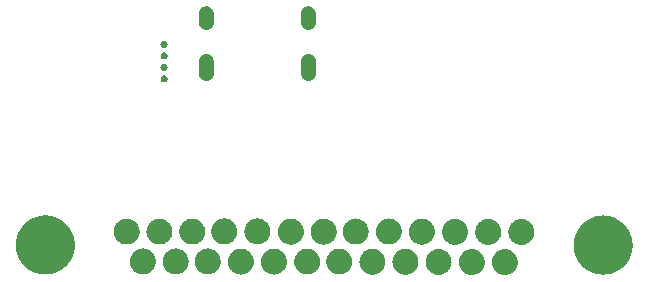
<source format=gbs>
%FSLAX46Y46*%
%MOMM*%
%LPD*%
G01*
%ADD10C,0.050000*%
D10*
%LPC*%
%LPC*%
G36*
X0055533382Y0034328643D02*
G01*
X0055594776Y0034327086D01*
X0055655821Y0034323990D01*
X0055716462Y0034319373D01*
X0055776679Y0034313255D01*
X0055836452Y0034305654D01*
X0055895763Y0034296588D01*
X0055954592Y0034286077D01*
X0056012921Y0034274139D01*
X0056070729Y0034260793D01*
X0056127999Y0034246058D01*
X0056184710Y0034229951D01*
X0056240844Y0034212493D01*
X0056296382Y0034193702D01*
X0056351304Y0034173596D01*
X0056405592Y0034152195D01*
X0056459227Y0034129516D01*
X0056512189Y0034105580D01*
X0056564461Y0034080403D01*
X0056616021Y0034054007D01*
X0056666853Y0034026408D01*
X0056716936Y0033997626D01*
X0056766253Y0033967679D01*
X0056814783Y0033936587D01*
X0056862508Y0033904368D01*
X0056909409Y0033871040D01*
X0056955468Y0033836622D01*
X0057000665Y0033801134D01*
X0057044981Y0033764593D01*
X0057088398Y0033727019D01*
X0057130896Y0033688429D01*
X0057172458Y0033648844D01*
X0057213063Y0033608280D01*
X0057252692Y0033566758D01*
X0057291328Y0033524296D01*
X0057328951Y0033480911D01*
X0057365542Y0033436624D01*
X0057401082Y0033391453D01*
X0057435553Y0033345416D01*
X0057468935Y0033298531D01*
X0057501209Y0033250819D01*
X0057532357Y0033202297D01*
X0057562359Y0033152983D01*
X0057591197Y0033102898D01*
X0057618851Y0033052059D01*
X0057645303Y0033000485D01*
X0057670533Y0032948195D01*
X0057694523Y0032895207D01*
X0057717254Y0032841541D01*
X0057738706Y0032787214D01*
X0057758861Y0032732247D01*
X0057777700Y0032676657D01*
X0057795203Y0032620463D01*
X0057811351Y0032563685D01*
X0057826127Y0032506340D01*
X0057839510Y0032448449D01*
X0057851482Y0032390029D01*
X0057862023Y0032331101D01*
X0057871116Y0032271681D01*
X0057878740Y0032211791D01*
X0057884877Y0032151448D01*
X0057889508Y0032090671D01*
X0057892614Y0032029480D01*
X0057894176Y0031967931D01*
X0057894307Y0031936980D01*
X0057894307Y0003069164D01*
X0057897835Y0003069164D01*
X0057897835Y0003033886D01*
X0030684164Y0003033886D01*
X0030684164Y0003069164D01*
X0057859029Y0003069164D01*
X0057859029Y0031936901D01*
X0057858900Y0031967410D01*
X0057857359Y0032028138D01*
X0057854299Y0032088436D01*
X0057849735Y0032148323D01*
X0057843688Y0032207778D01*
X0057836177Y0032266785D01*
X0057827219Y0032325326D01*
X0057816833Y0032383381D01*
X0057805039Y0032440935D01*
X0057791855Y0032497965D01*
X0057777299Y0032554457D01*
X0057761391Y0032610390D01*
X0057744148Y0032665749D01*
X0057725590Y0032720511D01*
X0057705734Y0032774662D01*
X0057684601Y0032828180D01*
X0057662208Y0032881051D01*
X0057638573Y0032933252D01*
X0057613717Y0032984768D01*
X0057587657Y0033035578D01*
X0057560411Y0033085666D01*
X0057531999Y0033135011D01*
X0057502439Y0033183597D01*
X0057471751Y0033231405D01*
X0057439951Y0033278415D01*
X0057407061Y0033324609D01*
X0057373097Y0033369970D01*
X0057338077Y0033414480D01*
X0057302023Y0033458117D01*
X0057264952Y0033500865D01*
X0057226882Y0033542705D01*
X0057187833Y0033583619D01*
X0057147822Y0033623589D01*
X0057106870Y0033662595D01*
X0057064995Y0033700618D01*
X0057022214Y0033737642D01*
X0056978547Y0033773648D01*
X0056934013Y0033808615D01*
X0056888631Y0033842528D01*
X0056842419Y0033875365D01*
X0056795395Y0033907112D01*
X0056747579Y0033937746D01*
X0056698990Y0033967251D01*
X0056649646Y0033995608D01*
X0056599564Y0034022800D01*
X0056548766Y0034048806D01*
X0056497269Y0034073609D01*
X0056445090Y0034097192D01*
X0056392252Y0034119533D01*
X0056338770Y0034140617D01*
X0056284663Y0034160424D01*
X0056229949Y0034178937D01*
X0056174652Y0034196135D01*
X0056118783Y0034212002D01*
X0056062364Y0034226519D01*
X0056005415Y0034239666D01*
X0055947951Y0034251427D01*
X0055889995Y0034261782D01*
X0055831560Y0034270714D01*
X0055772671Y0034278203D01*
X0055713339Y0034284231D01*
X0055653589Y0034288780D01*
X0055593435Y0034291831D01*
X0055532862Y0034293367D01*
X0055502435Y0034293496D01*
X0030684164Y0034293496D01*
X0030684164Y0034328774D01*
X0055502513Y0034328774D01*
G37*
G36*
X0030684164Y0034293496D02*
G01*
X0005866730Y0034293496D01*
X0005836222Y0034293367D01*
X0005775493Y0034291826D01*
X0005715196Y0034288765D01*
X0005655309Y0034284202D01*
X0005595853Y0034278155D01*
X0005536847Y0034270643D01*
X0005478306Y0034261685D01*
X0005420251Y0034251300D01*
X0005362697Y0034239505D01*
X0005305667Y0034226321D01*
X0005249174Y0034211765D01*
X0005193242Y0034195857D01*
X0005137882Y0034178614D01*
X0005083121Y0034160056D01*
X0005028969Y0034140201D01*
X0004975451Y0034119067D01*
X0004922581Y0034096674D01*
X0004870379Y0034073040D01*
X0004818864Y0034048183D01*
X0004768053Y0034022123D01*
X0004717966Y0033994877D01*
X0004668620Y0033966466D01*
X0004620034Y0033936906D01*
X0004572227Y0033906217D01*
X0004525216Y0033874418D01*
X0004479022Y0033841527D01*
X0004433661Y0033807563D01*
X0004389152Y0033772544D01*
X0004345514Y0033736490D01*
X0004302767Y0033699419D01*
X0004260926Y0033661349D01*
X0004220012Y0033622299D01*
X0004180042Y0033582289D01*
X0004141037Y0033541336D01*
X0004103013Y0033499461D01*
X0004065989Y0033456680D01*
X0004029984Y0033413013D01*
X0003995016Y0033368480D01*
X0003961104Y0033323097D01*
X0003928266Y0033276886D01*
X0003896520Y0033229861D01*
X0003865885Y0033182045D01*
X0003836380Y0033133457D01*
X0003808023Y0033084112D01*
X0003780831Y0033034030D01*
X0003754825Y0032983232D01*
X0003730022Y0032931736D01*
X0003706440Y0032879557D01*
X0003684098Y0032826719D01*
X0003663014Y0032773236D01*
X0003643207Y0032719130D01*
X0003624694Y0032664416D01*
X0003607497Y0032609119D01*
X0003591629Y0032553249D01*
X0003577113Y0032496831D01*
X0003563965Y0032439882D01*
X0003552204Y0032382417D01*
X0003541849Y0032324462D01*
X0003532917Y0032266026D01*
X0003525428Y0032207137D01*
X0003519400Y0032147806D01*
X0003514851Y0032088055D01*
X0003511800Y0032027901D01*
X0003510264Y0031967328D01*
X0003510136Y0031936901D01*
X0003510136Y0003069164D01*
X0030684164Y0003069164D01*
X0030684164Y0003033886D01*
X0003474858Y0003033886D01*
X0003474858Y0031936980D01*
X0003474988Y0031967849D01*
X0003476545Y0032029242D01*
X0003479641Y0032090288D01*
X0003484258Y0032150929D01*
X0003490376Y0032211145D01*
X0003497978Y0032270919D01*
X0003507043Y0032330229D01*
X0003517554Y0032389059D01*
X0003529492Y0032447387D01*
X0003542838Y0032505196D01*
X0003557574Y0032562465D01*
X0003573680Y0032619176D01*
X0003591138Y0032675310D01*
X0003609930Y0032730848D01*
X0003630035Y0032785771D01*
X0003651437Y0032840059D01*
X0003674115Y0032893694D01*
X0003698052Y0032946656D01*
X0003723228Y0032998927D01*
X0003749625Y0033050488D01*
X0003777223Y0033101319D01*
X0003806005Y0033151403D01*
X0003835952Y0033200719D01*
X0003867044Y0033249249D01*
X0003899264Y0033296974D01*
X0003932592Y0033343876D01*
X0003967009Y0033389934D01*
X0004002498Y0033435131D01*
X0004039038Y0033479448D01*
X0004076613Y0033522864D01*
X0004115202Y0033565363D01*
X0004154788Y0033606924D01*
X0004195351Y0033647529D01*
X0004236873Y0033687159D01*
X0004279336Y0033725795D01*
X0004322720Y0033763417D01*
X0004367007Y0033800008D01*
X0004412179Y0033835549D01*
X0004458216Y0033870019D01*
X0004505100Y0033903401D01*
X0004552813Y0033935675D01*
X0004601335Y0033966823D01*
X0004650648Y0033996825D01*
X0004700733Y0034025663D01*
X0004751572Y0034053317D01*
X0004803146Y0034079769D01*
X0004855437Y0034105000D01*
X0004908424Y0034128990D01*
X0004962091Y0034151720D01*
X0005016417Y0034173173D01*
X0005071385Y0034193327D01*
X0005126975Y0034212166D01*
X0005183168Y0034229669D01*
X0005239947Y0034245818D01*
X0005297291Y0034260593D01*
X0005355182Y0034273976D01*
X0005413602Y0034285948D01*
X0005472531Y0034296490D01*
X0005531950Y0034305582D01*
X0005591841Y0034313206D01*
X0005652184Y0034319343D01*
X0005712960Y0034323975D01*
X0005774151Y0034327081D01*
X0005835701Y0034328643D01*
X0005866652Y0034328774D01*
X0030684164Y0034328774D01*
G37*
%LPD*%
G36*
X0029298331Y0012230555D02*
G01*
X0029354500Y0012227715D01*
X0029409884Y0012222105D01*
X0029464415Y0012213790D01*
X0029518024Y0012202840D01*
X0029570643Y0012189322D01*
X0029622203Y0012173303D01*
X0029672636Y0012154853D01*
X0029721873Y0012134037D01*
X0029769846Y0012110925D01*
X0029816487Y0012085585D01*
X0029861726Y0012058083D01*
X0029905496Y0012028488D01*
X0029947728Y0011996867D01*
X0029988353Y0011963289D01*
X0030027304Y0011927822D01*
X0030064511Y0011890532D01*
X0030099906Y0011851488D01*
X0030133420Y0011810758D01*
X0030164986Y0011768410D01*
X0030194535Y0011724510D01*
X0030221998Y0011679129D01*
X0030247306Y0011632332D01*
X0030270392Y0011584188D01*
X0030291187Y0011534764D01*
X0030309621Y0011484130D01*
X0030325628Y0011432351D01*
X0030339138Y0011379497D01*
X0030350083Y0011325635D01*
X0030358395Y0011270832D01*
X0030364004Y0011215157D01*
X0030366843Y0011158678D01*
X0030367083Y0011130129D01*
X0030366843Y0011101743D01*
X0030364004Y0011045574D01*
X0030358395Y0010990189D01*
X0030350083Y0010935659D01*
X0030339138Y0010882050D01*
X0030325628Y0010829431D01*
X0030309621Y0010777871D01*
X0030291187Y0010727438D01*
X0030270392Y0010678200D01*
X0030247306Y0010630227D01*
X0030221998Y0010583587D01*
X0030194535Y0010538347D01*
X0030164986Y0010494577D01*
X0030133420Y0010452346D01*
X0030099906Y0010411720D01*
X0030064511Y0010372770D01*
X0030027304Y0010335563D01*
X0029988353Y0010300168D01*
X0029947728Y0010266653D01*
X0029905496Y0010235087D01*
X0029861726Y0010205539D01*
X0029816487Y0010178076D01*
X0029769846Y0010152767D01*
X0029721873Y0010129681D01*
X0029672636Y0010108887D01*
X0029622203Y0010090452D01*
X0029570643Y0010074445D01*
X0029518024Y0010060935D01*
X0029464415Y0010049990D01*
X0029409884Y0010041679D01*
X0029354500Y0010036069D01*
X0029298331Y0010033230D01*
X0029269945Y0010032991D01*
X0029241721Y0010033068D01*
X0029185842Y0010035617D01*
X0029130710Y0010040974D01*
X0029076395Y0010049070D01*
X0029022966Y0010059835D01*
X0028970496Y0010073196D01*
X0028919053Y0010089086D01*
X0028868709Y0010107432D01*
X0028819534Y0010128164D01*
X0028771598Y0010151213D01*
X0028724972Y0010176507D01*
X0028679725Y0010203977D01*
X0028635930Y0010233551D01*
X0028593655Y0010265160D01*
X0028552971Y0010298733D01*
X0028513950Y0010334199D01*
X0028476660Y0010371489D01*
X0028441173Y0010410532D01*
X0028407559Y0010451256D01*
X0028375888Y0010493593D01*
X0028346231Y0010537472D01*
X0028318658Y0010582821D01*
X0028293239Y0010629572D01*
X0028270046Y0010677652D01*
X0028249148Y0010726993D01*
X0028230616Y0010777523D01*
X0028214520Y0010829172D01*
X0028200931Y0010881870D01*
X0028189919Y0010935546D01*
X0028181554Y0010990131D01*
X0028175907Y0011045552D01*
X0028173048Y0011101741D01*
X0028172807Y0011130129D01*
X0028173046Y0011158516D01*
X0028175885Y0011214705D01*
X0028181495Y0011270128D01*
X0028189806Y0011324715D01*
X0028200751Y0011378396D01*
X0028214262Y0011431103D01*
X0028230268Y0011482763D01*
X0028248703Y0011533309D01*
X0028269498Y0011582671D01*
X0028292584Y0011630777D01*
X0028317892Y0011677560D01*
X0028345355Y0011722949D01*
X0028374903Y0011766874D01*
X0028406469Y0011809265D01*
X0028439984Y0011850053D01*
X0028475379Y0011889168D01*
X0028512586Y0011926541D01*
X0028551537Y0011962101D01*
X0028592162Y0011995778D01*
X0028634394Y0012027504D01*
X0028678164Y0012057207D01*
X0028723403Y0012084819D01*
X0028770044Y0012110270D01*
X0028818017Y0012133489D01*
X0028867254Y0012154408D01*
X0028917687Y0012172956D01*
X0028969247Y0012189063D01*
X0029021866Y0012202661D01*
X0029075475Y0012213678D01*
X0029130006Y0012222046D01*
X0029185390Y0012227694D01*
X0029241559Y0012230553D01*
X0029269945Y0012230794D01*
G37*
%LPD*%
G36*
X0032014717Y0012230555D02*
G01*
X0032070886Y0012227715D01*
X0032126270Y0012222105D01*
X0032180801Y0012213790D01*
X0032234410Y0012202840D01*
X0032287029Y0012189322D01*
X0032338589Y0012173303D01*
X0032389022Y0012154853D01*
X0032438259Y0012134037D01*
X0032486232Y0012110925D01*
X0032532873Y0012085585D01*
X0032578112Y0012058083D01*
X0032621882Y0012028488D01*
X0032664114Y0011996867D01*
X0032704740Y0011963289D01*
X0032743690Y0011927822D01*
X0032780897Y0011890532D01*
X0032816292Y0011851488D01*
X0032849807Y0011810758D01*
X0032881373Y0011768410D01*
X0032910921Y0011724510D01*
X0032938384Y0011679129D01*
X0032963693Y0011632332D01*
X0032986778Y0011584188D01*
X0033007573Y0011534764D01*
X0033026008Y0011484130D01*
X0033042015Y0011432351D01*
X0033055525Y0011379497D01*
X0033066470Y0011325635D01*
X0033074781Y0011270832D01*
X0033080391Y0011215157D01*
X0033083230Y0011158678D01*
X0033083469Y0011130129D01*
X0033083230Y0011101743D01*
X0033080391Y0011045574D01*
X0033074781Y0010990189D01*
X0033066470Y0010935659D01*
X0033055525Y0010882050D01*
X0033042015Y0010829431D01*
X0033026008Y0010777871D01*
X0033007573Y0010727438D01*
X0032986778Y0010678200D01*
X0032963693Y0010630227D01*
X0032938384Y0010583587D01*
X0032910921Y0010538347D01*
X0032881373Y0010494577D01*
X0032849807Y0010452346D01*
X0032816292Y0010411720D01*
X0032780897Y0010372770D01*
X0032743690Y0010335563D01*
X0032704740Y0010300168D01*
X0032664114Y0010266653D01*
X0032621882Y0010235087D01*
X0032578112Y0010205539D01*
X0032532873Y0010178076D01*
X0032486232Y0010152767D01*
X0032438259Y0010129681D01*
X0032389022Y0010108887D01*
X0032338589Y0010090452D01*
X0032287029Y0010074445D01*
X0032234410Y0010060935D01*
X0032180801Y0010049990D01*
X0032126270Y0010041679D01*
X0032070886Y0010036069D01*
X0032014717Y0010033230D01*
X0031986331Y0010032991D01*
X0031957945Y0010033068D01*
X0031901776Y0010035617D01*
X0031846392Y0010040974D01*
X0031791861Y0010049070D01*
X0031738252Y0010059835D01*
X0031685634Y0010073196D01*
X0031634073Y0010089086D01*
X0031583640Y0010107432D01*
X0031534403Y0010128164D01*
X0031486430Y0010151213D01*
X0031439790Y0010176507D01*
X0031394550Y0010203977D01*
X0031350780Y0010233551D01*
X0031308548Y0010265160D01*
X0031267923Y0010298733D01*
X0031228973Y0010334199D01*
X0031191766Y0010371489D01*
X0031156370Y0010410532D01*
X0031122856Y0010451256D01*
X0031091290Y0010493593D01*
X0031061741Y0010537472D01*
X0031034279Y0010582821D01*
X0031008970Y0010629572D01*
X0030985884Y0010677652D01*
X0030965090Y0010726993D01*
X0030946655Y0010777523D01*
X0030930648Y0010829172D01*
X0030917138Y0010881870D01*
X0030906193Y0010935546D01*
X0030897881Y0010990131D01*
X0030892272Y0011045552D01*
X0030889433Y0011101741D01*
X0030889193Y0011130129D01*
X0030889433Y0011158516D01*
X0030892272Y0011214705D01*
X0030897881Y0011270128D01*
X0030906193Y0011324715D01*
X0030917138Y0011378396D01*
X0030930648Y0011431103D01*
X0030946655Y0011482763D01*
X0030965090Y0011533309D01*
X0030985884Y0011582671D01*
X0031008970Y0011630777D01*
X0031034279Y0011677560D01*
X0031061741Y0011722949D01*
X0031091290Y0011766874D01*
X0031122856Y0011809265D01*
X0031156370Y0011850053D01*
X0031191766Y0011889168D01*
X0031228973Y0011926541D01*
X0031267923Y0011962101D01*
X0031308548Y0011995778D01*
X0031350780Y0012027504D01*
X0031394550Y0012057207D01*
X0031439790Y0012084819D01*
X0031486430Y0012110270D01*
X0031534403Y0012133489D01*
X0031583640Y0012154408D01*
X0031634073Y0012172956D01*
X0031685634Y0012189063D01*
X0031738252Y0012202661D01*
X0031791861Y0012213678D01*
X0031846392Y0012222046D01*
X0031901776Y0012227694D01*
X0031957945Y0012230553D01*
X0031986331Y0012230794D01*
G37*
%LPD*%
G36*
X0034826315Y0012212915D02*
G01*
X0034882414Y0012210072D01*
X0034937738Y0012204453D01*
X0034992217Y0012196129D01*
X0035045783Y0012185168D01*
X0035098366Y0012171639D01*
X0035149898Y0012155611D01*
X0035200310Y0012137153D01*
X0035249532Y0012116333D01*
X0035297497Y0012093222D01*
X0035344134Y0012067887D01*
X0035389375Y0012040398D01*
X0035433151Y0012010823D01*
X0035475393Y0011979232D01*
X0035516032Y0011945694D01*
X0035555000Y0011910277D01*
X0035592227Y0011873050D01*
X0035627644Y0011834082D01*
X0035661182Y0011793443D01*
X0035692773Y0011751201D01*
X0035722348Y0011707425D01*
X0035749837Y0011662184D01*
X0035775172Y0011615546D01*
X0035798283Y0011567582D01*
X0035819103Y0011518360D01*
X0035837561Y0011467948D01*
X0035853589Y0011416416D01*
X0035867118Y0011363833D01*
X0035878079Y0011310267D01*
X0035886403Y0011255788D01*
X0035892022Y0011200464D01*
X0035894866Y0011144364D01*
X0035895105Y0011116017D01*
X0035894866Y0011087670D01*
X0035892022Y0011031571D01*
X0035886403Y0010976247D01*
X0035878079Y0010921768D01*
X0035867118Y0010868202D01*
X0035853589Y0010815619D01*
X0035837561Y0010764087D01*
X0035819103Y0010713675D01*
X0035798283Y0010664453D01*
X0035775172Y0010616488D01*
X0035749837Y0010569851D01*
X0035722348Y0010524610D01*
X0035692773Y0010480834D01*
X0035661182Y0010438592D01*
X0035627644Y0010397953D01*
X0035592227Y0010358985D01*
X0035555000Y0010321758D01*
X0035516032Y0010286341D01*
X0035475393Y0010252803D01*
X0035433151Y0010221212D01*
X0035389375Y0010191637D01*
X0035344134Y0010164148D01*
X0035297497Y0010138813D01*
X0035249532Y0010115702D01*
X0035200310Y0010094882D01*
X0035149898Y0010076424D01*
X0035098366Y0010060396D01*
X0035045783Y0010046867D01*
X0034992217Y0010035906D01*
X0034937738Y0010027582D01*
X0034882414Y0010021963D01*
X0034826315Y0010019119D01*
X0034797968Y0010018880D01*
X0034769620Y0010019119D01*
X0034713521Y0010021963D01*
X0034658197Y0010027582D01*
X0034603718Y0010035906D01*
X0034550152Y0010046867D01*
X0034497569Y0010060396D01*
X0034446037Y0010076424D01*
X0034395625Y0010094882D01*
X0034346403Y0010115702D01*
X0034298439Y0010138813D01*
X0034251801Y0010164148D01*
X0034206560Y0010191637D01*
X0034162784Y0010221212D01*
X0034120542Y0010252803D01*
X0034079903Y0010286341D01*
X0034040935Y0010321758D01*
X0034003708Y0010358985D01*
X0033968291Y0010397953D01*
X0033934753Y0010438592D01*
X0033903162Y0010480834D01*
X0033873587Y0010524610D01*
X0033846098Y0010569851D01*
X0033820763Y0010616488D01*
X0033797652Y0010664453D01*
X0033776832Y0010713675D01*
X0033758374Y0010764087D01*
X0033742346Y0010815619D01*
X0033728817Y0010868202D01*
X0033717856Y0010921768D01*
X0033709532Y0010976247D01*
X0033703913Y0011031571D01*
X0033701070Y0011087670D01*
X0033700830Y0011116017D01*
X0033701070Y0011144364D01*
X0033703913Y0011200464D01*
X0033709532Y0011255788D01*
X0033717856Y0011310267D01*
X0033728817Y0011363833D01*
X0033742346Y0011416416D01*
X0033758374Y0011467948D01*
X0033776832Y0011518360D01*
X0033797652Y0011567582D01*
X0033820763Y0011615546D01*
X0033846098Y0011662184D01*
X0033873587Y0011707425D01*
X0033903162Y0011751201D01*
X0033934753Y0011793443D01*
X0033968291Y0011834082D01*
X0034003708Y0011873050D01*
X0034040935Y0011910277D01*
X0034079903Y0011945694D01*
X0034120542Y0011979232D01*
X0034162784Y0012010823D01*
X0034206560Y0012040398D01*
X0034251801Y0012067887D01*
X0034298439Y0012093222D01*
X0034346403Y0012116333D01*
X0034395625Y0012137153D01*
X0034446037Y0012155611D01*
X0034497569Y0012171639D01*
X0034550152Y0012185168D01*
X0034603718Y0012196129D01*
X0034658197Y0012204453D01*
X0034713521Y0012210072D01*
X0034769620Y0012212915D01*
X0034797968Y0012213155D01*
G37*
%LPD*%
G36*
X0037627406Y0012212916D02*
G01*
X0037683575Y0012210077D01*
X0037738960Y0012204467D01*
X0037793490Y0012196156D01*
X0037847099Y0012185211D01*
X0037899718Y0012171701D01*
X0037951278Y0012155694D01*
X0038001711Y0012137259D01*
X0038050949Y0012116464D01*
X0038098922Y0012093379D01*
X0038145562Y0012068070D01*
X0038190802Y0012040607D01*
X0038234572Y0012011059D01*
X0038276803Y0011979493D01*
X0038317429Y0011945978D01*
X0038356379Y0011910583D01*
X0038393586Y0011873376D01*
X0038428981Y0011834426D01*
X0038462496Y0011793800D01*
X0038494062Y0011751568D01*
X0038523611Y0011707799D01*
X0038551073Y0011662559D01*
X0038576382Y0011615919D01*
X0038599468Y0011567945D01*
X0038620262Y0011518708D01*
X0038638697Y0011468275D01*
X0038654704Y0011416715D01*
X0038668214Y0011364096D01*
X0038679159Y0011310487D01*
X0038687470Y0011255956D01*
X0038693080Y0011200572D01*
X0038695919Y0011144403D01*
X0038696158Y0011116017D01*
X0038695919Y0011087632D01*
X0038693080Y0011031463D01*
X0038687470Y0010976078D01*
X0038679159Y0010921548D01*
X0038668214Y0010867938D01*
X0038654704Y0010815320D01*
X0038638697Y0010763760D01*
X0038620262Y0010713327D01*
X0038599468Y0010664089D01*
X0038576382Y0010616116D01*
X0038551073Y0010569476D01*
X0038523611Y0010524236D01*
X0038494062Y0010480466D01*
X0038462496Y0010438234D01*
X0038428981Y0010397609D01*
X0038393586Y0010358659D01*
X0038356379Y0010321452D01*
X0038317429Y0010286057D01*
X0038276803Y0010252542D01*
X0038234572Y0010220976D01*
X0038190802Y0010191427D01*
X0038145562Y0010163965D01*
X0038098922Y0010138656D01*
X0038050949Y0010115570D01*
X0038001711Y0010094776D01*
X0037951278Y0010076341D01*
X0037899718Y0010060334D01*
X0037847099Y0010046824D01*
X0037793490Y0010035879D01*
X0037738960Y0010027567D01*
X0037683575Y0010021958D01*
X0037627406Y0010019119D01*
X0037599020Y0010018880D01*
X0037570471Y0010019119D01*
X0037513992Y0010021958D01*
X0037458317Y0010027567D01*
X0037403514Y0010035879D01*
X0037349652Y0010046824D01*
X0037296798Y0010060334D01*
X0037245019Y0010076341D01*
X0037194385Y0010094776D01*
X0037144961Y0010115570D01*
X0037096817Y0010138656D01*
X0037050020Y0010163965D01*
X0037004639Y0010191427D01*
X0036960739Y0010220976D01*
X0036918391Y0010252542D01*
X0036877661Y0010286057D01*
X0036838617Y0010321452D01*
X0036801327Y0010358659D01*
X0036765860Y0010397609D01*
X0036732282Y0010438234D01*
X0036700661Y0010480466D01*
X0036671066Y0010524236D01*
X0036643564Y0010569476D01*
X0036618224Y0010616116D01*
X0036595112Y0010664089D01*
X0036574296Y0010713327D01*
X0036555846Y0010763760D01*
X0036539827Y0010815320D01*
X0036526309Y0010867938D01*
X0036515359Y0010921548D01*
X0036507044Y0010976078D01*
X0036501434Y0011031463D01*
X0036498594Y0011087632D01*
X0036498355Y0011116017D01*
X0036498594Y0011144403D01*
X0036501434Y0011200572D01*
X0036507044Y0011255956D01*
X0036515359Y0011310487D01*
X0036526309Y0011364096D01*
X0036539827Y0011416715D01*
X0036555846Y0011468275D01*
X0036574296Y0011518708D01*
X0036595112Y0011567945D01*
X0036618224Y0011615919D01*
X0036643564Y0011662559D01*
X0036671066Y0011707799D01*
X0036700661Y0011751568D01*
X0036732282Y0011793800D01*
X0036765860Y0011834426D01*
X0036801327Y0011873376D01*
X0036838617Y0011910583D01*
X0036877661Y0011945978D01*
X0036918391Y0011979493D01*
X0036960739Y0012011059D01*
X0037004639Y0012040607D01*
X0037050020Y0012068070D01*
X0037096817Y0012093379D01*
X0037144961Y0012116464D01*
X0037194385Y0012137259D01*
X0037245019Y0012155694D01*
X0037296798Y0012171701D01*
X0037349652Y0012185211D01*
X0037403514Y0012196156D01*
X0037458317Y0012204467D01*
X0037513992Y0012210077D01*
X0037570471Y0012212916D01*
X0037599020Y0012213155D01*
G37*
%LPD*%
G36*
X0027929554Y0014763497D02*
G01*
X0027985723Y0014760658D01*
X0028041107Y0014755047D01*
X0028095638Y0014746732D01*
X0028149247Y0014735782D01*
X0028201866Y0014722264D01*
X0028253426Y0014706246D01*
X0028303859Y0014687795D01*
X0028353096Y0014666980D01*
X0028401070Y0014643868D01*
X0028447710Y0014618527D01*
X0028492950Y0014591025D01*
X0028536719Y0014561430D01*
X0028578951Y0014529809D01*
X0028619577Y0014496231D01*
X0028658527Y0014460764D01*
X0028695734Y0014423474D01*
X0028731129Y0014384430D01*
X0028764644Y0014343700D01*
X0028796210Y0014301352D01*
X0028825758Y0014257453D01*
X0028853221Y0014212071D01*
X0028878530Y0014165274D01*
X0028901615Y0014117130D01*
X0028922410Y0014067707D01*
X0028940845Y0014017072D01*
X0028956852Y0013965293D01*
X0028970362Y0013912439D01*
X0028981307Y0013858577D01*
X0028989618Y0013803774D01*
X0028995228Y0013748099D01*
X0028998067Y0013691620D01*
X0028998306Y0013663071D01*
X0028998067Y0013634685D01*
X0028995228Y0013578516D01*
X0028989618Y0013523132D01*
X0028981307Y0013468601D01*
X0028970362Y0013414992D01*
X0028956852Y0013362373D01*
X0028940845Y0013310813D01*
X0028922410Y0013260380D01*
X0028901615Y0013211143D01*
X0028878530Y0013163169D01*
X0028853221Y0013116529D01*
X0028825758Y0013071289D01*
X0028796210Y0013027520D01*
X0028764644Y0012985288D01*
X0028731129Y0012944662D01*
X0028695734Y0012905712D01*
X0028658527Y0012868505D01*
X0028619577Y0012833110D01*
X0028578951Y0012799595D01*
X0028536719Y0012768029D01*
X0028492950Y0012738481D01*
X0028447710Y0012711018D01*
X0028401070Y0012685709D01*
X0028353096Y0012662624D01*
X0028303859Y0012641829D01*
X0028253426Y0012623394D01*
X0028201866Y0012607387D01*
X0028149247Y0012593877D01*
X0028095638Y0012582932D01*
X0028041107Y0012574621D01*
X0027985723Y0012569011D01*
X0027929554Y0012566172D01*
X0027901168Y0012565933D01*
X0027872783Y0012566172D01*
X0027816614Y0012569011D01*
X0027761229Y0012574621D01*
X0027706699Y0012582932D01*
X0027653089Y0012593877D01*
X0027600471Y0012607387D01*
X0027548911Y0012623394D01*
X0027498478Y0012641829D01*
X0027449240Y0012662624D01*
X0027401267Y0012685709D01*
X0027354627Y0012711018D01*
X0027309387Y0012738481D01*
X0027265617Y0012768029D01*
X0027223386Y0012799595D01*
X0027182760Y0012833110D01*
X0027143810Y0012868505D01*
X0027106603Y0012905712D01*
X0027071208Y0012944662D01*
X0027037693Y0012985288D01*
X0027006127Y0013027520D01*
X0026976578Y0013071289D01*
X0026949116Y0013116529D01*
X0026923807Y0013163169D01*
X0026900721Y0013211143D01*
X0026879927Y0013260380D01*
X0026861492Y0013310813D01*
X0026845485Y0013362373D01*
X0026831975Y0013414992D01*
X0026821030Y0013468601D01*
X0026812718Y0013523132D01*
X0026807109Y0013578516D01*
X0026804270Y0013634685D01*
X0026804031Y0013663071D01*
X0026804270Y0013691458D01*
X0026807109Y0013747647D01*
X0026812718Y0013803070D01*
X0026821030Y0013857657D01*
X0026831975Y0013911339D01*
X0026845485Y0013964045D01*
X0026861492Y0014015705D01*
X0026879927Y0014066251D01*
X0026900721Y0014115613D01*
X0026923807Y0014163720D01*
X0026949116Y0014210502D01*
X0026976578Y0014255891D01*
X0027006127Y0014299816D01*
X0027037693Y0014342207D01*
X0027071208Y0014382995D01*
X0027106603Y0014422111D01*
X0027143810Y0014459483D01*
X0027182760Y0014495043D01*
X0027223386Y0014528720D01*
X0027265617Y0014560446D01*
X0027309387Y0014590149D01*
X0027354627Y0014617761D01*
X0027401267Y0014643212D01*
X0027449240Y0014666431D01*
X0027498478Y0014687350D01*
X0027548911Y0014705898D01*
X0027600471Y0014722005D01*
X0027653089Y0014735603D01*
X0027706699Y0014746620D01*
X0027761229Y0014754988D01*
X0027816614Y0014760636D01*
X0027872783Y0014763495D01*
X0027901168Y0014763736D01*
G37*
%LPD*%
G36*
X0030705913Y0014763497D02*
G01*
X0030762082Y0014760658D01*
X0030817466Y0014755047D01*
X0030871997Y0014746732D01*
X0030925606Y0014735782D01*
X0030978225Y0014722264D01*
X0031029785Y0014706246D01*
X0031080218Y0014687795D01*
X0031129455Y0014666980D01*
X0031177428Y0014643868D01*
X0031224069Y0014618527D01*
X0031269308Y0014591025D01*
X0031313078Y0014561430D01*
X0031355310Y0014529809D01*
X0031395935Y0014496231D01*
X0031434886Y0014460764D01*
X0031472093Y0014423474D01*
X0031507488Y0014384430D01*
X0031541002Y0014343700D01*
X0031572568Y0014301352D01*
X0031602117Y0014257453D01*
X0031629580Y0014212071D01*
X0031654888Y0014165274D01*
X0031677974Y0014117130D01*
X0031698769Y0014067707D01*
X0031717203Y0014017072D01*
X0031733210Y0013965293D01*
X0031746720Y0013912439D01*
X0031757665Y0013858577D01*
X0031765977Y0013803774D01*
X0031771586Y0013748099D01*
X0031774425Y0013691620D01*
X0031774665Y0013663071D01*
X0031774425Y0013634685D01*
X0031771586Y0013578516D01*
X0031765977Y0013523132D01*
X0031757665Y0013468601D01*
X0031746720Y0013414992D01*
X0031733210Y0013362373D01*
X0031717203Y0013310813D01*
X0031698769Y0013260380D01*
X0031677974Y0013211143D01*
X0031654888Y0013163169D01*
X0031629580Y0013116529D01*
X0031602117Y0013071289D01*
X0031572568Y0013027520D01*
X0031541002Y0012985288D01*
X0031507488Y0012944662D01*
X0031472093Y0012905712D01*
X0031434886Y0012868505D01*
X0031395935Y0012833110D01*
X0031355310Y0012799595D01*
X0031313078Y0012768029D01*
X0031269308Y0012738481D01*
X0031224069Y0012711018D01*
X0031177428Y0012685709D01*
X0031129455Y0012662624D01*
X0031080218Y0012641829D01*
X0031029785Y0012623394D01*
X0030978225Y0012607387D01*
X0030925606Y0012593877D01*
X0030871997Y0012582932D01*
X0030817466Y0012574621D01*
X0030762082Y0012569011D01*
X0030705913Y0012566172D01*
X0030677527Y0012565933D01*
X0030649139Y0012566172D01*
X0030592950Y0012569011D01*
X0030537527Y0012574621D01*
X0030482940Y0012582932D01*
X0030429259Y0012593877D01*
X0030376553Y0012607387D01*
X0030324892Y0012623394D01*
X0030274346Y0012641829D01*
X0030224985Y0012662624D01*
X0030176878Y0012685709D01*
X0030130095Y0012711018D01*
X0030084707Y0012738481D01*
X0030040782Y0012768029D01*
X0029998390Y0012799595D01*
X0029957602Y0012833110D01*
X0029918487Y0012868505D01*
X0029881115Y0012905712D01*
X0029845555Y0012944662D01*
X0029811877Y0012985288D01*
X0029780152Y0013027520D01*
X0029750448Y0013071289D01*
X0029722836Y0013116529D01*
X0029697386Y0013163169D01*
X0029674166Y0013211143D01*
X0029653248Y0013260380D01*
X0029634700Y0013310813D01*
X0029618592Y0013362373D01*
X0029604995Y0013414992D01*
X0029593977Y0013468601D01*
X0029585610Y0013523132D01*
X0029579961Y0013578516D01*
X0029577102Y0013634685D01*
X0029576861Y0013663071D01*
X0029577101Y0013691458D01*
X0029579940Y0013747647D01*
X0029585551Y0013803070D01*
X0029593865Y0013857657D01*
X0029604815Y0013911339D01*
X0029618334Y0013964045D01*
X0029634352Y0014015705D01*
X0029652803Y0014066251D01*
X0029673618Y0014115613D01*
X0029696730Y0014163720D01*
X0029722071Y0014210502D01*
X0029749573Y0014255891D01*
X0029779168Y0014299816D01*
X0029810788Y0014342207D01*
X0029844366Y0014382995D01*
X0029879834Y0014422111D01*
X0029917124Y0014459483D01*
X0029956167Y0014495043D01*
X0029996897Y0014528720D01*
X0030039246Y0014560446D01*
X0030083145Y0014590149D01*
X0030128527Y0014617761D01*
X0030175324Y0014643212D01*
X0030223468Y0014666431D01*
X0030272891Y0014687350D01*
X0030323526Y0014705898D01*
X0030375304Y0014722005D01*
X0030428158Y0014735603D01*
X0030482021Y0014746620D01*
X0030536823Y0014754988D01*
X0030592498Y0014760636D01*
X0030648977Y0014763495D01*
X0030677527Y0014763736D01*
G37*
%LPD*%
G36*
X0033404662Y0014774080D02*
G01*
X0033460851Y0014771241D01*
X0033516274Y0014765630D01*
X0033570861Y0014757316D01*
X0033624542Y0014746365D01*
X0033677248Y0014732847D01*
X0033728909Y0014716829D01*
X0033779455Y0014698378D01*
X0033828817Y0014677563D01*
X0033876923Y0014654451D01*
X0033923706Y0014629110D01*
X0033969095Y0014601608D01*
X0034013020Y0014572013D01*
X0034055411Y0014540393D01*
X0034096199Y0014506815D01*
X0034135314Y0014471347D01*
X0034172687Y0014434057D01*
X0034208247Y0014395013D01*
X0034241924Y0014354283D01*
X0034273649Y0014311935D01*
X0034303353Y0014268036D01*
X0034330965Y0014222654D01*
X0034356416Y0014175857D01*
X0034379635Y0014127713D01*
X0034400554Y0014078290D01*
X0034419102Y0014027655D01*
X0034435209Y0013975877D01*
X0034448807Y0013923022D01*
X0034459824Y0013869160D01*
X0034468192Y0013814358D01*
X0034473840Y0013758683D01*
X0034476699Y0013702203D01*
X0034476940Y0013673654D01*
X0034476699Y0013645268D01*
X0034473840Y0013589099D01*
X0034468192Y0013533715D01*
X0034459824Y0013479184D01*
X0034448807Y0013425575D01*
X0034435209Y0013372956D01*
X0034419102Y0013321396D01*
X0034400554Y0013270963D01*
X0034379635Y0013221726D01*
X0034356416Y0013173753D01*
X0034330965Y0013127112D01*
X0034303353Y0013081873D01*
X0034273649Y0013038103D01*
X0034241924Y0012995871D01*
X0034208247Y0012955246D01*
X0034172687Y0012916295D01*
X0034135314Y0012879088D01*
X0034096199Y0012843693D01*
X0034055411Y0012810178D01*
X0034013020Y0012778612D01*
X0033969095Y0012749064D01*
X0033923706Y0012721601D01*
X0033876923Y0012696293D01*
X0033828817Y0012673207D01*
X0033779455Y0012652412D01*
X0033728909Y0012633977D01*
X0033677248Y0012617971D01*
X0033624542Y0012604460D01*
X0033570861Y0012593515D01*
X0033516274Y0012585204D01*
X0033460851Y0012579594D01*
X0033404662Y0012576755D01*
X0033376274Y0012576516D01*
X0033348051Y0012576755D01*
X0033292172Y0012579594D01*
X0033237040Y0012585204D01*
X0033182724Y0012593515D01*
X0033129296Y0012604460D01*
X0033076825Y0012617971D01*
X0033025383Y0012633977D01*
X0032975039Y0012652412D01*
X0032925863Y0012673207D01*
X0032877928Y0012696293D01*
X0032831301Y0012721601D01*
X0032786055Y0012749064D01*
X0032742259Y0012778612D01*
X0032699984Y0012810178D01*
X0032659301Y0012843693D01*
X0032620279Y0012879088D01*
X0032582989Y0012916295D01*
X0032547502Y0012955246D01*
X0032513888Y0012995871D01*
X0032482217Y0013038103D01*
X0032452560Y0013081873D01*
X0032424987Y0013127112D01*
X0032399569Y0013173753D01*
X0032376376Y0013221726D01*
X0032355478Y0013270963D01*
X0032336946Y0013321396D01*
X0032320850Y0013372956D01*
X0032307260Y0013425575D01*
X0032296248Y0013479184D01*
X0032287883Y0013533715D01*
X0032282236Y0013589099D01*
X0032279378Y0013645268D01*
X0032279137Y0013673654D01*
X0032279376Y0013702041D01*
X0032282215Y0013758231D01*
X0032287824Y0013813653D01*
X0032296136Y0013868240D01*
X0032307081Y0013921922D01*
X0032320591Y0013974628D01*
X0032336598Y0014026289D01*
X0032355033Y0014076835D01*
X0032375827Y0014126196D01*
X0032398913Y0014174303D01*
X0032424222Y0014221086D01*
X0032451684Y0014266474D01*
X0032481233Y0014310399D01*
X0032512799Y0014352791D01*
X0032546314Y0014393579D01*
X0032581709Y0014432694D01*
X0032618916Y0014470066D01*
X0032657866Y0014505626D01*
X0032698492Y0014539304D01*
X0032740723Y0014571029D01*
X0032784493Y0014600733D01*
X0032829733Y0014628345D01*
X0032876373Y0014653795D01*
X0032924346Y0014677015D01*
X0032973584Y0014697933D01*
X0033024017Y0014716481D01*
X0033075577Y0014732589D01*
X0033128195Y0014746186D01*
X0033181805Y0014757203D01*
X0033236335Y0014765571D01*
X0033291720Y0014771219D01*
X0033347889Y0014774078D01*
X0033376274Y0014774320D01*
G37*
%LPD*%
G36*
X0036219824Y0014774080D02*
G01*
X0036275993Y0014771241D01*
X0036331377Y0014765630D01*
X0036385908Y0014757316D01*
X0036439517Y0014746365D01*
X0036492136Y0014732847D01*
X0036543696Y0014716829D01*
X0036594129Y0014698378D01*
X0036643367Y0014677563D01*
X0036691340Y0014654451D01*
X0036737980Y0014629110D01*
X0036783220Y0014601608D01*
X0036826990Y0014572013D01*
X0036869221Y0014540393D01*
X0036909847Y0014506815D01*
X0036948797Y0014471347D01*
X0036986004Y0014434057D01*
X0037021399Y0014395013D01*
X0037054914Y0014354283D01*
X0037086480Y0014311935D01*
X0037116028Y0014268036D01*
X0037143491Y0014222654D01*
X0037168800Y0014175857D01*
X0037191886Y0014127713D01*
X0037212680Y0014078290D01*
X0037231115Y0014027655D01*
X0037247122Y0013975877D01*
X0037260632Y0013923022D01*
X0037271577Y0013869160D01*
X0037279888Y0013814358D01*
X0037285498Y0013758683D01*
X0037288337Y0013702203D01*
X0037288576Y0013673654D01*
X0037288337Y0013645268D01*
X0037285498Y0013589099D01*
X0037279888Y0013533715D01*
X0037271577Y0013479184D01*
X0037260632Y0013425575D01*
X0037247122Y0013372956D01*
X0037231115Y0013321396D01*
X0037212680Y0013270963D01*
X0037191886Y0013221726D01*
X0037168800Y0013173753D01*
X0037143491Y0013127112D01*
X0037116028Y0013081873D01*
X0037086480Y0013038103D01*
X0037054914Y0012995871D01*
X0037021399Y0012955246D01*
X0036986004Y0012916295D01*
X0036948797Y0012879088D01*
X0036909847Y0012843693D01*
X0036869221Y0012810178D01*
X0036826990Y0012778612D01*
X0036783220Y0012749064D01*
X0036737980Y0012721601D01*
X0036691340Y0012696293D01*
X0036643367Y0012673207D01*
X0036594129Y0012652412D01*
X0036543696Y0012633977D01*
X0036492136Y0012617971D01*
X0036439517Y0012604460D01*
X0036385908Y0012593515D01*
X0036331377Y0012585204D01*
X0036275993Y0012579594D01*
X0036219824Y0012576755D01*
X0036191438Y0012576516D01*
X0036163051Y0012576755D01*
X0036106862Y0012579594D01*
X0036051439Y0012585204D01*
X0035996852Y0012593515D01*
X0035943170Y0012604460D01*
X0035890464Y0012617971D01*
X0035838804Y0012633977D01*
X0035788258Y0012652412D01*
X0035738896Y0012673207D01*
X0035690789Y0012696293D01*
X0035644007Y0012721601D01*
X0035598618Y0012749064D01*
X0035554693Y0012778612D01*
X0035512302Y0012810178D01*
X0035471514Y0012843693D01*
X0035432399Y0012879088D01*
X0035395026Y0012916295D01*
X0035359466Y0012955246D01*
X0035325789Y0012995871D01*
X0035294063Y0013038103D01*
X0035264360Y0013081873D01*
X0035236748Y0013127112D01*
X0035211297Y0013173753D01*
X0035188078Y0013221726D01*
X0035167159Y0013270963D01*
X0035148611Y0013321396D01*
X0035132504Y0013372956D01*
X0035118906Y0013425575D01*
X0035107889Y0013479184D01*
X0035099521Y0013533715D01*
X0035093873Y0013589099D01*
X0035091014Y0013645268D01*
X0035090773Y0013673654D01*
X0035091012Y0013702041D01*
X0035093852Y0013758231D01*
X0035099462Y0013813653D01*
X0035107777Y0013868240D01*
X0035118727Y0013921922D01*
X0035132245Y0013974628D01*
X0035148264Y0014026289D01*
X0035166714Y0014076835D01*
X0035187530Y0014126196D01*
X0035210641Y0014174303D01*
X0035235982Y0014221086D01*
X0035263484Y0014266474D01*
X0035293079Y0014310399D01*
X0035324700Y0014352791D01*
X0035358278Y0014393579D01*
X0035393745Y0014432694D01*
X0035431035Y0014470066D01*
X0035470079Y0014505626D01*
X0035510809Y0014539304D01*
X0035553157Y0014571029D01*
X0035597056Y0014600733D01*
X0035642438Y0014628345D01*
X0035689235Y0014653795D01*
X0035737379Y0014677015D01*
X0035786802Y0014697933D01*
X0035837437Y0014716481D01*
X0035889216Y0014732589D01*
X0035942070Y0014746186D01*
X0035995932Y0014757203D01*
X0036050735Y0014765571D01*
X0036106410Y0014771219D01*
X0036162889Y0014774078D01*
X0036191438Y0014774320D01*
G37*
%LPD*%
G36*
X0039017349Y0014763497D02*
G01*
X0039073518Y0014760658D01*
X0039128903Y0014755047D01*
X0039183434Y0014746732D01*
X0039237043Y0014735782D01*
X0039289661Y0014722264D01*
X0039341222Y0014706246D01*
X0039391654Y0014687795D01*
X0039440892Y0014666980D01*
X0039488865Y0014643868D01*
X0039535505Y0014618527D01*
X0039580745Y0014591025D01*
X0039624515Y0014561430D01*
X0039666747Y0014529809D01*
X0039707372Y0014496231D01*
X0039746322Y0014460764D01*
X0039783529Y0014423474D01*
X0039818924Y0014384430D01*
X0039852439Y0014343700D01*
X0039884005Y0014301352D01*
X0039913554Y0014257453D01*
X0039941016Y0014212071D01*
X0039966325Y0014165274D01*
X0039989411Y0014117130D01*
X0040010205Y0014067707D01*
X0040028640Y0014017072D01*
X0040044647Y0013965293D01*
X0040058157Y0013912439D01*
X0040069102Y0013858577D01*
X0040077414Y0013803774D01*
X0040083023Y0013748099D01*
X0040085862Y0013691620D01*
X0040086102Y0013663071D01*
X0040085862Y0013634685D01*
X0040083023Y0013578516D01*
X0040077414Y0013523132D01*
X0040069102Y0013468601D01*
X0040058157Y0013414992D01*
X0040044647Y0013362373D01*
X0040028640Y0013310813D01*
X0040010205Y0013260380D01*
X0039989411Y0013211143D01*
X0039966325Y0013163169D01*
X0039941016Y0013116529D01*
X0039913554Y0013071289D01*
X0039884005Y0013027520D01*
X0039852439Y0012985288D01*
X0039818924Y0012944662D01*
X0039783529Y0012905712D01*
X0039746322Y0012868505D01*
X0039707372Y0012833110D01*
X0039666747Y0012799595D01*
X0039624515Y0012768029D01*
X0039580745Y0012738481D01*
X0039535505Y0012711018D01*
X0039488865Y0012685709D01*
X0039440892Y0012662624D01*
X0039391654Y0012641829D01*
X0039341222Y0012623394D01*
X0039289661Y0012607387D01*
X0039237043Y0012593877D01*
X0039183434Y0012582932D01*
X0039128903Y0012574621D01*
X0039073518Y0012569011D01*
X0039017349Y0012566172D01*
X0038988964Y0012565933D01*
X0038960578Y0012566172D01*
X0038904409Y0012569011D01*
X0038849025Y0012574621D01*
X0038794494Y0012582932D01*
X0038740885Y0012593877D01*
X0038688266Y0012607387D01*
X0038636706Y0012623394D01*
X0038586273Y0012641829D01*
X0038537036Y0012662624D01*
X0038489062Y0012685709D01*
X0038442422Y0012711018D01*
X0038397182Y0012738481D01*
X0038353413Y0012768029D01*
X0038311181Y0012799595D01*
X0038270555Y0012833110D01*
X0038231605Y0012868505D01*
X0038194398Y0012905712D01*
X0038159003Y0012944662D01*
X0038125488Y0012985288D01*
X0038093922Y0013027520D01*
X0038064374Y0013071289D01*
X0038036911Y0013116529D01*
X0038011602Y0013163169D01*
X0037988517Y0013211143D01*
X0037967722Y0013260380D01*
X0037949287Y0013310813D01*
X0037933280Y0013362373D01*
X0037919770Y0013414992D01*
X0037908825Y0013468601D01*
X0037900514Y0013523132D01*
X0037894904Y0013578516D01*
X0037892065Y0013634685D01*
X0037891826Y0013663071D01*
X0037892065Y0013691458D01*
X0037894904Y0013747647D01*
X0037900514Y0013803070D01*
X0037908825Y0013857657D01*
X0037919770Y0013911339D01*
X0037933280Y0013964045D01*
X0037949287Y0014015705D01*
X0037967722Y0014066251D01*
X0037988517Y0014115613D01*
X0038011602Y0014163720D01*
X0038036911Y0014210502D01*
X0038064374Y0014255891D01*
X0038093922Y0014299816D01*
X0038125488Y0014342207D01*
X0038159003Y0014382995D01*
X0038194398Y0014422111D01*
X0038231605Y0014459483D01*
X0038270555Y0014495043D01*
X0038311181Y0014528720D01*
X0038353413Y0014560446D01*
X0038397182Y0014590149D01*
X0038442422Y0014617761D01*
X0038489062Y0014643212D01*
X0038537036Y0014666431D01*
X0038586273Y0014687350D01*
X0038636706Y0014705898D01*
X0038688266Y0014722005D01*
X0038740885Y0014735603D01*
X0038794494Y0014746620D01*
X0038849025Y0014754988D01*
X0038904409Y0014760636D01*
X0038960578Y0014763495D01*
X0038988964Y0014763736D01*
G37*
%LPD*%
G36*
X0040431987Y0012198805D02*
G01*
X0040488156Y0012195965D01*
X0040543540Y0012190355D01*
X0040598071Y0012182040D01*
X0040651680Y0012171090D01*
X0040704299Y0012157572D01*
X0040755859Y0012141553D01*
X0040806292Y0012123103D01*
X0040855529Y0012102287D01*
X0040903502Y0012079176D01*
X0040950143Y0012053835D01*
X0040995382Y0012026333D01*
X0041039152Y0011996738D01*
X0041081384Y0011965117D01*
X0041122010Y0011931539D01*
X0041160960Y0011896072D01*
X0041198167Y0011858782D01*
X0041233562Y0011819738D01*
X0041267077Y0011779008D01*
X0041298643Y0011736660D01*
X0041328191Y0011692761D01*
X0041355654Y0011647379D01*
X0041380962Y0011600582D01*
X0041404048Y0011552438D01*
X0041424843Y0011503015D01*
X0041443278Y0011452380D01*
X0041459284Y0011400601D01*
X0041472795Y0011347747D01*
X0041483740Y0011293885D01*
X0041492051Y0011239082D01*
X0041497661Y0011183407D01*
X0041500500Y0011126928D01*
X0041500739Y0011098379D01*
X0041500500Y0011069993D01*
X0041497661Y0011013824D01*
X0041492051Y0010958440D01*
X0041483740Y0010903909D01*
X0041472795Y0010850300D01*
X0041459284Y0010797681D01*
X0041443278Y0010746121D01*
X0041424843Y0010695688D01*
X0041404048Y0010646450D01*
X0041380962Y0010598477D01*
X0041355654Y0010551837D01*
X0041328191Y0010506597D01*
X0041298643Y0010462827D01*
X0041267077Y0010420596D01*
X0041233562Y0010379970D01*
X0041198167Y0010341020D01*
X0041160960Y0010303813D01*
X0041122010Y0010268418D01*
X0041081384Y0010234903D01*
X0041039152Y0010203337D01*
X0040995382Y0010173789D01*
X0040950143Y0010146326D01*
X0040903502Y0010121017D01*
X0040855529Y0010097932D01*
X0040806292Y0010077137D01*
X0040755859Y0010058702D01*
X0040704299Y0010042695D01*
X0040651680Y0010029185D01*
X0040598071Y0010018240D01*
X0040543540Y0010009929D01*
X0040488156Y0010004319D01*
X0040431987Y0010001480D01*
X0040403601Y0010001241D01*
X0040375215Y0010001482D01*
X0040319046Y0010004340D01*
X0040263662Y0010009987D01*
X0040209131Y0010018352D01*
X0040155522Y0010029364D01*
X0040102903Y0010042954D01*
X0040051343Y0010059050D01*
X0040000910Y0010077582D01*
X0039951673Y0010098480D01*
X0039903700Y0010121673D01*
X0039857060Y0010147091D01*
X0039811820Y0010174664D01*
X0039768050Y0010204321D01*
X0039725818Y0010235992D01*
X0039685193Y0010269606D01*
X0039646242Y0010305093D01*
X0039609035Y0010342383D01*
X0039573640Y0010381405D01*
X0039540126Y0010422089D01*
X0039508560Y0010464363D01*
X0039479011Y0010508159D01*
X0039451548Y0010553405D01*
X0039426240Y0010600032D01*
X0039403154Y0010647968D01*
X0039382360Y0010697143D01*
X0039363925Y0010747487D01*
X0039347918Y0010798930D01*
X0039334408Y0010851400D01*
X0039323463Y0010904828D01*
X0039315151Y0010959144D01*
X0039309542Y0011014276D01*
X0039306703Y0011070155D01*
X0039306463Y0011098379D01*
X0039306703Y0011126766D01*
X0039309542Y0011182955D01*
X0039315151Y0011238378D01*
X0039323463Y0011292965D01*
X0039334408Y0011346647D01*
X0039347918Y0011399353D01*
X0039363925Y0011451013D01*
X0039382360Y0011501559D01*
X0039403154Y0011550921D01*
X0039426240Y0011599028D01*
X0039451548Y0011645810D01*
X0039479011Y0011691199D01*
X0039508560Y0011735124D01*
X0039540126Y0011777515D01*
X0039573640Y0011818303D01*
X0039609035Y0011857418D01*
X0039646242Y0011894791D01*
X0039685193Y0011930351D01*
X0039725818Y0011964028D01*
X0039768050Y0011995754D01*
X0039811820Y0012025457D01*
X0039857060Y0012053069D01*
X0039903700Y0012078520D01*
X0039951673Y0012101739D01*
X0040000910Y0012122658D01*
X0040051343Y0012141206D01*
X0040102903Y0012157313D01*
X0040155522Y0012170911D01*
X0040209131Y0012181928D01*
X0040263662Y0012190296D01*
X0040319046Y0012195944D01*
X0040375215Y0012198803D01*
X0040403601Y0012199044D01*
G37*
%LPD*%
G36*
X0043243585Y0012184693D02*
G01*
X0043299684Y0012181850D01*
X0043355008Y0012176231D01*
X0043409487Y0012167907D01*
X0043463053Y0012156946D01*
X0043515636Y0012143417D01*
X0043567168Y0012127389D01*
X0043617580Y0012108930D01*
X0043666802Y0012088111D01*
X0043714767Y0012064999D01*
X0043761404Y0012039665D01*
X0043806645Y0012012176D01*
X0043850421Y0011982601D01*
X0043892663Y0011951010D01*
X0043933302Y0011917471D01*
X0043972270Y0011882054D01*
X0044009497Y0011844828D01*
X0044044914Y0011805860D01*
X0044078452Y0011765221D01*
X0044110043Y0011722979D01*
X0044139618Y0011679202D01*
X0044167107Y0011633961D01*
X0044192442Y0011587324D01*
X0044215553Y0011539360D01*
X0044236373Y0011490138D01*
X0044254831Y0011439726D01*
X0044270859Y0011388194D01*
X0044284388Y0011335611D01*
X0044295349Y0011282045D01*
X0044303673Y0011227566D01*
X0044309292Y0011172242D01*
X0044312135Y0011116142D01*
X0044312375Y0011087795D01*
X0044312135Y0011059448D01*
X0044309292Y0011003349D01*
X0044303673Y0010948025D01*
X0044295349Y0010893546D01*
X0044284388Y0010839980D01*
X0044270859Y0010787396D01*
X0044254831Y0010735864D01*
X0044236373Y0010685453D01*
X0044215553Y0010636230D01*
X0044192442Y0010588266D01*
X0044167107Y0010541629D01*
X0044139618Y0010496388D01*
X0044110043Y0010452612D01*
X0044078452Y0010410370D01*
X0044044914Y0010369730D01*
X0044009497Y0010330763D01*
X0043972270Y0010293536D01*
X0043933302Y0010258119D01*
X0043892663Y0010224580D01*
X0043850421Y0010192989D01*
X0043806645Y0010163415D01*
X0043761404Y0010135926D01*
X0043714767Y0010110591D01*
X0043666802Y0010087479D01*
X0043617580Y0010066660D01*
X0043567168Y0010048202D01*
X0043515636Y0010032174D01*
X0043463053Y0010018645D01*
X0043409487Y0010007684D01*
X0043355008Y0009999359D01*
X0043299684Y0009993741D01*
X0043243585Y0009990897D01*
X0043215237Y0009990657D01*
X0043186890Y0009990897D01*
X0043130791Y0009993741D01*
X0043075467Y0009999359D01*
X0043020988Y0010007684D01*
X0042967422Y0010018645D01*
X0042914839Y0010032174D01*
X0042863307Y0010048202D01*
X0042812895Y0010066660D01*
X0042763673Y0010087479D01*
X0042715708Y0010110591D01*
X0042669071Y0010135926D01*
X0042623830Y0010163415D01*
X0042580054Y0010192989D01*
X0042537812Y0010224580D01*
X0042497173Y0010258119D01*
X0042458205Y0010293536D01*
X0042420978Y0010330763D01*
X0042385561Y0010369730D01*
X0042352023Y0010410370D01*
X0042320432Y0010452612D01*
X0042290857Y0010496388D01*
X0042263368Y0010541629D01*
X0042238033Y0010588266D01*
X0042214922Y0010636230D01*
X0042194102Y0010685453D01*
X0042175644Y0010735864D01*
X0042159616Y0010787396D01*
X0042146087Y0010839980D01*
X0042135126Y0010893546D01*
X0042126802Y0010948025D01*
X0042121183Y0011003349D01*
X0042118339Y0011059448D01*
X0042118100Y0011087795D01*
X0042118339Y0011116142D01*
X0042121183Y0011172242D01*
X0042126802Y0011227566D01*
X0042135126Y0011282045D01*
X0042146087Y0011335611D01*
X0042159616Y0011388194D01*
X0042175644Y0011439726D01*
X0042194102Y0011490138D01*
X0042214922Y0011539360D01*
X0042238033Y0011587324D01*
X0042263368Y0011633961D01*
X0042290857Y0011679202D01*
X0042320432Y0011722979D01*
X0042352023Y0011765221D01*
X0042385561Y0011805860D01*
X0042420978Y0011844828D01*
X0042458205Y0011882054D01*
X0042497173Y0011917471D01*
X0042537812Y0011951010D01*
X0042580054Y0011982601D01*
X0042623830Y0012012176D01*
X0042669071Y0012039665D01*
X0042715708Y0012064999D01*
X0042763673Y0012088111D01*
X0042812895Y0012108930D01*
X0042863307Y0012127389D01*
X0042914839Y0012143417D01*
X0042967422Y0012156946D01*
X0043020988Y0012167907D01*
X0043075467Y0012176231D01*
X0043130791Y0012181850D01*
X0043186890Y0012184693D01*
X0043215237Y0012184933D01*
G37*
%LPD*%
G36*
X0046044676Y0012184694D02*
G01*
X0046100845Y0012181855D01*
X0046156229Y0012176245D01*
X0046210760Y0012167934D01*
X0046264369Y0012156989D01*
X0046316988Y0012143478D01*
X0046368548Y0012127472D01*
X0046418981Y0012109037D01*
X0046468218Y0012088242D01*
X0046516192Y0012065156D01*
X0046562832Y0012039848D01*
X0046608072Y0012012385D01*
X0046651841Y0011982837D01*
X0046694073Y0011951271D01*
X0046734699Y0011917756D01*
X0046773649Y0011882361D01*
X0046810856Y0011845154D01*
X0046846251Y0011806204D01*
X0046879766Y0011765578D01*
X0046911332Y0011723346D01*
X0046940880Y0011679576D01*
X0046968343Y0011634337D01*
X0046993652Y0011587696D01*
X0047016737Y0011539723D01*
X0047037532Y0011490486D01*
X0047055967Y0011440053D01*
X0047071974Y0011388493D01*
X0047085484Y0011335874D01*
X0047096429Y0011282265D01*
X0047104740Y0011227734D01*
X0047110350Y0011172350D01*
X0047113189Y0011116181D01*
X0047113428Y0011087795D01*
X0047113189Y0011059409D01*
X0047110350Y0011003240D01*
X0047104740Y0010947856D01*
X0047096429Y0010893325D01*
X0047085484Y0010839716D01*
X0047071974Y0010787097D01*
X0047055967Y0010735537D01*
X0047037532Y0010685104D01*
X0047016737Y0010635867D01*
X0046993652Y0010587894D01*
X0046968343Y0010541254D01*
X0046940880Y0010496014D01*
X0046911332Y0010452244D01*
X0046879766Y0010410012D01*
X0046846251Y0010369387D01*
X0046810856Y0010330436D01*
X0046773649Y0010293229D01*
X0046734699Y0010257834D01*
X0046694073Y0010224320D01*
X0046651841Y0010192754D01*
X0046608072Y0010163205D01*
X0046562832Y0010135742D01*
X0046516192Y0010110434D01*
X0046468218Y0010087348D01*
X0046418981Y0010066554D01*
X0046368548Y0010048119D01*
X0046316988Y0010032112D01*
X0046264369Y0010018602D01*
X0046210760Y0010007657D01*
X0046156229Y0009999345D01*
X0046100845Y0009993736D01*
X0046044676Y0009990897D01*
X0046016290Y0009990657D01*
X0045987741Y0009990897D01*
X0045931262Y0009993736D01*
X0045875587Y0009999345D01*
X0045820784Y0010007657D01*
X0045766922Y0010018602D01*
X0045714068Y0010032112D01*
X0045662289Y0010048119D01*
X0045611654Y0010066554D01*
X0045562231Y0010087348D01*
X0045514087Y0010110434D01*
X0045467290Y0010135742D01*
X0045421908Y0010163205D01*
X0045378009Y0010192754D01*
X0045335661Y0010224320D01*
X0045294931Y0010257834D01*
X0045255887Y0010293229D01*
X0045218597Y0010330436D01*
X0045183130Y0010369387D01*
X0045149552Y0010410012D01*
X0045117931Y0010452244D01*
X0045088336Y0010496014D01*
X0045060834Y0010541254D01*
X0045035493Y0010587894D01*
X0045012381Y0010635867D01*
X0044991566Y0010685104D01*
X0044973116Y0010735537D01*
X0044957097Y0010787097D01*
X0044943579Y0010839716D01*
X0044932629Y0010893325D01*
X0044924314Y0010947856D01*
X0044918704Y0011003240D01*
X0044915864Y0011059409D01*
X0044915625Y0011087795D01*
X0044915864Y0011116181D01*
X0044918704Y0011172350D01*
X0044924314Y0011227734D01*
X0044932629Y0011282265D01*
X0044943579Y0011335874D01*
X0044957097Y0011388493D01*
X0044973116Y0011440053D01*
X0044991566Y0011490486D01*
X0045012381Y0011539723D01*
X0045035493Y0011587696D01*
X0045060834Y0011634337D01*
X0045088336Y0011679576D01*
X0045117931Y0011723346D01*
X0045149552Y0011765578D01*
X0045183130Y0011806204D01*
X0045218597Y0011845154D01*
X0045255887Y0011882361D01*
X0045294931Y0011917756D01*
X0045335661Y0011951271D01*
X0045378009Y0011982837D01*
X0045421908Y0012012385D01*
X0045467290Y0012039848D01*
X0045514087Y0012065156D01*
X0045562231Y0012088242D01*
X0045611654Y0012109037D01*
X0045662289Y0012127472D01*
X0045714068Y0012143478D01*
X0045766922Y0012156989D01*
X0045820784Y0012167934D01*
X0045875587Y0012176245D01*
X0045931262Y0012181855D01*
X0045987741Y0012184694D01*
X0046016290Y0012184933D01*
G37*
%LPD*%
G36*
X0041821932Y0014745858D02*
G01*
X0041878121Y0014743019D01*
X0041933544Y0014737408D01*
X0041988131Y0014729093D01*
X0042041812Y0014718143D01*
X0042094518Y0014704625D01*
X0042146179Y0014688607D01*
X0042196725Y0014670156D01*
X0042246087Y0014649341D01*
X0042294193Y0014626229D01*
X0042340976Y0014600888D01*
X0042386365Y0014573386D01*
X0042430290Y0014543791D01*
X0042472681Y0014512171D01*
X0042513469Y0014478593D01*
X0042552584Y0014443125D01*
X0042589957Y0014405835D01*
X0042625516Y0014366791D01*
X0042659194Y0014326061D01*
X0042690919Y0014283713D01*
X0042720623Y0014239814D01*
X0042748235Y0014194432D01*
X0042773686Y0014147635D01*
X0042796905Y0014099491D01*
X0042817824Y0014050068D01*
X0042836372Y0013999433D01*
X0042852479Y0013947655D01*
X0042866077Y0013894800D01*
X0042877094Y0013840938D01*
X0042885462Y0013786135D01*
X0042891110Y0013730461D01*
X0042893969Y0013673981D01*
X0042894210Y0013645432D01*
X0042893969Y0013617046D01*
X0042891110Y0013560877D01*
X0042885462Y0013505493D01*
X0042877094Y0013450962D01*
X0042866077Y0013397353D01*
X0042852479Y0013344734D01*
X0042836372Y0013293174D01*
X0042817824Y0013242741D01*
X0042796905Y0013193504D01*
X0042773686Y0013145531D01*
X0042748235Y0013098890D01*
X0042720623Y0013053651D01*
X0042690919Y0013009881D01*
X0042659194Y0012967649D01*
X0042625516Y0012927023D01*
X0042589957Y0012888073D01*
X0042552584Y0012850866D01*
X0042513469Y0012815471D01*
X0042472681Y0012781956D01*
X0042430290Y0012750390D01*
X0042386365Y0012720842D01*
X0042340976Y0012693379D01*
X0042294193Y0012668070D01*
X0042246087Y0012644985D01*
X0042196725Y0012624190D01*
X0042146179Y0012605755D01*
X0042094518Y0012589748D01*
X0042041812Y0012576238D01*
X0041988131Y0012565293D01*
X0041933544Y0012556982D01*
X0041878121Y0012551372D01*
X0041821932Y0012548533D01*
X0041793544Y0012548294D01*
X0041765320Y0012548533D01*
X0041709442Y0012551372D01*
X0041654310Y0012556982D01*
X0041599994Y0012565293D01*
X0041546566Y0012576238D01*
X0041494095Y0012589748D01*
X0041442653Y0012605755D01*
X0041392309Y0012624190D01*
X0041343133Y0012644985D01*
X0041295197Y0012668070D01*
X0041248571Y0012693379D01*
X0041203325Y0012720842D01*
X0041159529Y0012750390D01*
X0041117254Y0012781956D01*
X0041076571Y0012815471D01*
X0041037549Y0012850866D01*
X0041000259Y0012888073D01*
X0040964772Y0012927023D01*
X0040931158Y0012967649D01*
X0040899487Y0013009881D01*
X0040869830Y0013053651D01*
X0040842257Y0013098890D01*
X0040816839Y0013145531D01*
X0040793646Y0013193504D01*
X0040772748Y0013242741D01*
X0040754215Y0013293174D01*
X0040738120Y0013344734D01*
X0040724530Y0013397353D01*
X0040713518Y0013450962D01*
X0040705153Y0013505493D01*
X0040699506Y0013560877D01*
X0040696648Y0013617046D01*
X0040696406Y0013645432D01*
X0040696646Y0013673819D01*
X0040699485Y0013730008D01*
X0040705094Y0013785431D01*
X0040713406Y0013840018D01*
X0040724351Y0013893700D01*
X0040737861Y0013946406D01*
X0040753868Y0013998067D01*
X0040772303Y0014048613D01*
X0040793097Y0014097974D01*
X0040816183Y0014146081D01*
X0040841492Y0014192863D01*
X0040868954Y0014238252D01*
X0040898503Y0014282177D01*
X0040930069Y0014324568D01*
X0040963584Y0014365357D01*
X0040998979Y0014404472D01*
X0041036186Y0014441844D01*
X0041075136Y0014477404D01*
X0041115761Y0014511081D01*
X0041157993Y0014542807D01*
X0041201763Y0014572510D01*
X0041247003Y0014600122D01*
X0041293643Y0014625573D01*
X0041341616Y0014648792D01*
X0041390854Y0014669711D01*
X0041441286Y0014688259D01*
X0041492847Y0014704367D01*
X0041545465Y0014717964D01*
X0041599074Y0014728981D01*
X0041653605Y0014737349D01*
X0041708990Y0014742997D01*
X0041765159Y0014745856D01*
X0041793544Y0014746097D01*
G37*
%LPD*%
G36*
X0044637094Y0014745858D02*
G01*
X0044693263Y0014743019D01*
X0044748647Y0014737408D01*
X0044803178Y0014729093D01*
X0044856787Y0014718143D01*
X0044909406Y0014704625D01*
X0044960966Y0014688607D01*
X0045011399Y0014670156D01*
X0045060636Y0014649341D01*
X0045108610Y0014626229D01*
X0045155250Y0014600888D01*
X0045200490Y0014573386D01*
X0045244259Y0014543791D01*
X0045286491Y0014512171D01*
X0045327117Y0014478593D01*
X0045366067Y0014443125D01*
X0045403274Y0014405835D01*
X0045438669Y0014366791D01*
X0045472184Y0014326061D01*
X0045503750Y0014283713D01*
X0045533298Y0014239814D01*
X0045560761Y0014194432D01*
X0045586070Y0014147635D01*
X0045609155Y0014099491D01*
X0045629950Y0014050068D01*
X0045648385Y0013999433D01*
X0045664392Y0013947655D01*
X0045677902Y0013894800D01*
X0045688847Y0013840938D01*
X0045697158Y0013786135D01*
X0045702768Y0013730461D01*
X0045705607Y0013673981D01*
X0045705846Y0013645432D01*
X0045705607Y0013617046D01*
X0045702768Y0013560877D01*
X0045697158Y0013505493D01*
X0045688847Y0013450962D01*
X0045677902Y0013397353D01*
X0045664392Y0013344734D01*
X0045648385Y0013293174D01*
X0045629950Y0013242741D01*
X0045609155Y0013193504D01*
X0045586070Y0013145531D01*
X0045560761Y0013098890D01*
X0045533298Y0013053651D01*
X0045503750Y0013009881D01*
X0045472184Y0012967649D01*
X0045438669Y0012927023D01*
X0045403274Y0012888073D01*
X0045366067Y0012850866D01*
X0045327117Y0012815471D01*
X0045286491Y0012781956D01*
X0045244259Y0012750390D01*
X0045200490Y0012720842D01*
X0045155250Y0012693379D01*
X0045108610Y0012668070D01*
X0045060636Y0012644985D01*
X0045011399Y0012624190D01*
X0044960966Y0012605755D01*
X0044909406Y0012589748D01*
X0044856787Y0012576238D01*
X0044803178Y0012565293D01*
X0044748647Y0012556982D01*
X0044693263Y0012551372D01*
X0044637094Y0012548533D01*
X0044608708Y0012548294D01*
X0044580321Y0012548533D01*
X0044524132Y0012551372D01*
X0044468709Y0012556982D01*
X0044414122Y0012565293D01*
X0044360440Y0012576238D01*
X0044307734Y0012589748D01*
X0044256074Y0012605755D01*
X0044205528Y0012624190D01*
X0044156166Y0012644985D01*
X0044108059Y0012668070D01*
X0044061277Y0012693379D01*
X0044015888Y0012720842D01*
X0043971963Y0012750390D01*
X0043929572Y0012781956D01*
X0043888784Y0012815471D01*
X0043849668Y0012850866D01*
X0043812296Y0012888073D01*
X0043776736Y0012927023D01*
X0043743059Y0012967649D01*
X0043711333Y0013009881D01*
X0043681630Y0013053651D01*
X0043654018Y0013098890D01*
X0043628567Y0013145531D01*
X0043605348Y0013193504D01*
X0043584429Y0013242741D01*
X0043565881Y0013293174D01*
X0043549774Y0013344734D01*
X0043536176Y0013397353D01*
X0043525159Y0013450962D01*
X0043516791Y0013505493D01*
X0043511143Y0013560877D01*
X0043508284Y0013617046D01*
X0043508043Y0013645432D01*
X0043508282Y0013673819D01*
X0043511121Y0013730008D01*
X0043516732Y0013785431D01*
X0043525047Y0013840018D01*
X0043535997Y0013893700D01*
X0043549515Y0013946406D01*
X0043565533Y0013998067D01*
X0043583984Y0014048613D01*
X0043604799Y0014097974D01*
X0043627911Y0014146081D01*
X0043653252Y0014192863D01*
X0043680754Y0014238252D01*
X0043710349Y0014282177D01*
X0043741970Y0014324568D01*
X0043775548Y0014365357D01*
X0043811015Y0014404472D01*
X0043848305Y0014441844D01*
X0043887349Y0014477404D01*
X0043928079Y0014511081D01*
X0043970427Y0014542807D01*
X0044014326Y0014572510D01*
X0044059708Y0014600122D01*
X0044106505Y0014625573D01*
X0044154649Y0014648792D01*
X0044204072Y0014669711D01*
X0044254707Y0014688259D01*
X0044306486Y0014704367D01*
X0044359340Y0014717964D01*
X0044413202Y0014728981D01*
X0044468005Y0014737349D01*
X0044523680Y0014742997D01*
X0044580159Y0014745856D01*
X0044608708Y0014746097D01*
G37*
%LPD*%
G36*
X0047434619Y0014735275D02*
G01*
X0047490788Y0014732435D01*
X0047546173Y0014726825D01*
X0047600703Y0014718510D01*
X0047654313Y0014707560D01*
X0047706931Y0014694042D01*
X0047758491Y0014678023D01*
X0047808924Y0014659573D01*
X0047858162Y0014638757D01*
X0047906135Y0014615645D01*
X0047952775Y0014590305D01*
X0047998015Y0014562803D01*
X0048041785Y0014533208D01*
X0048084016Y0014501587D01*
X0048124642Y0014468009D01*
X0048163592Y0014432541D01*
X0048200799Y0014395252D01*
X0048236194Y0014356208D01*
X0048269709Y0014315478D01*
X0048301275Y0014273129D01*
X0048330824Y0014229230D01*
X0048358286Y0014183848D01*
X0048383595Y0014137052D01*
X0048406681Y0014088908D01*
X0048427475Y0014039484D01*
X0048445910Y0013988850D01*
X0048461917Y0013937071D01*
X0048475427Y0013884217D01*
X0048486372Y0013830355D01*
X0048494684Y0013775552D01*
X0048500293Y0013719877D01*
X0048503132Y0013663398D01*
X0048503371Y0013634848D01*
X0048503132Y0013606463D01*
X0048500293Y0013550294D01*
X0048494684Y0013494909D01*
X0048486372Y0013440379D01*
X0048475427Y0013386769D01*
X0048461917Y0013334151D01*
X0048445910Y0013282591D01*
X0048427475Y0013232158D01*
X0048406681Y0013182920D01*
X0048383595Y0013134947D01*
X0048358286Y0013088307D01*
X0048330824Y0013043067D01*
X0048301275Y0012999297D01*
X0048269709Y0012957065D01*
X0048236194Y0012916440D01*
X0048200799Y0012877490D01*
X0048163592Y0012840283D01*
X0048124642Y0012804888D01*
X0048084016Y0012771373D01*
X0048041785Y0012739807D01*
X0047998015Y0012710258D01*
X0047952775Y0012682796D01*
X0047906135Y0012657487D01*
X0047858162Y0012634401D01*
X0047808924Y0012613607D01*
X0047758491Y0012595172D01*
X0047706931Y0012579165D01*
X0047654313Y0012565655D01*
X0047600703Y0012554710D01*
X0047546173Y0012546398D01*
X0047490788Y0012540789D01*
X0047434619Y0012537950D01*
X0047406234Y0012537711D01*
X0047377848Y0012537950D01*
X0047321679Y0012540789D01*
X0047266295Y0012546398D01*
X0047211764Y0012554710D01*
X0047158155Y0012565655D01*
X0047105536Y0012579165D01*
X0047053976Y0012595172D01*
X0047003543Y0012613607D01*
X0046954306Y0012634401D01*
X0046906332Y0012657487D01*
X0046859692Y0012682796D01*
X0046814452Y0012710258D01*
X0046770683Y0012739807D01*
X0046728451Y0012771373D01*
X0046687825Y0012804888D01*
X0046648875Y0012840283D01*
X0046611668Y0012877490D01*
X0046576273Y0012916440D01*
X0046542758Y0012957065D01*
X0046511192Y0012999297D01*
X0046481644Y0013043067D01*
X0046454181Y0013088307D01*
X0046428872Y0013134947D01*
X0046405787Y0013182920D01*
X0046384992Y0013232158D01*
X0046366557Y0013282591D01*
X0046350550Y0013334151D01*
X0046337040Y0013386769D01*
X0046326095Y0013440379D01*
X0046317784Y0013494909D01*
X0046312174Y0013550294D01*
X0046309335Y0013606463D01*
X0046309096Y0013634848D01*
X0046309335Y0013663236D01*
X0046312174Y0013719425D01*
X0046317784Y0013774848D01*
X0046326095Y0013829435D01*
X0046337040Y0013883116D01*
X0046350550Y0013935822D01*
X0046366557Y0013987483D01*
X0046384992Y0014038029D01*
X0046405787Y0014087391D01*
X0046428872Y0014135497D01*
X0046454181Y0014182280D01*
X0046481644Y0014227669D01*
X0046511192Y0014271594D01*
X0046542758Y0014313985D01*
X0046576273Y0014354773D01*
X0046611668Y0014393888D01*
X0046648875Y0014431261D01*
X0046687825Y0014466821D01*
X0046728451Y0014500498D01*
X0046770683Y0014532223D01*
X0046814452Y0014561927D01*
X0046859692Y0014589539D01*
X0046906332Y0014614990D01*
X0046954306Y0014638209D01*
X0047003543Y0014659128D01*
X0047053976Y0014677676D01*
X0047105536Y0014693783D01*
X0047158155Y0014707381D01*
X0047211764Y0014718398D01*
X0047266295Y0014726766D01*
X0047321679Y0014732414D01*
X0047377848Y0014735273D01*
X0047406234Y0014735514D01*
G37*
%LPD*%
G36*
X0054363599Y0015028183D02*
G01*
X0054427958Y0015026552D01*
X0054491904Y0015023311D01*
X0054555418Y0015018478D01*
X0054618480Y0015012074D01*
X0054681070Y0015004117D01*
X0054743170Y0014994629D01*
X0054804758Y0014983628D01*
X0054865816Y0014971133D01*
X0054926324Y0014957166D01*
X0054986263Y0014941744D01*
X0055045611Y0014924889D01*
X0055104351Y0014906619D01*
X0055162462Y0014886954D01*
X0055219925Y0014865914D01*
X0055276720Y0014843518D01*
X0055332827Y0014819787D01*
X0055388227Y0014794739D01*
X0055442900Y0014768395D01*
X0055496827Y0014740774D01*
X0055549987Y0014711896D01*
X0055602362Y0014681780D01*
X0055653931Y0014650446D01*
X0055704674Y0014617913D01*
X0055754574Y0014584202D01*
X0055803608Y0014549332D01*
X0055851759Y0014513322D01*
X0055899006Y0014476193D01*
X0055945329Y0014437963D01*
X0055990710Y0014398653D01*
X0056035128Y0014358282D01*
X0056078564Y0014316870D01*
X0056120997Y0014274436D01*
X0056162410Y0014231000D01*
X0056202781Y0014186582D01*
X0056242091Y0014141202D01*
X0056280320Y0014094878D01*
X0056317450Y0014047631D01*
X0056353459Y0013999481D01*
X0056388330Y0013950446D01*
X0056422041Y0013900547D01*
X0056454573Y0013849803D01*
X0056485907Y0013798234D01*
X0056516023Y0013745859D01*
X0056544902Y0013692699D01*
X0056572523Y0013638773D01*
X0056598867Y0013584099D01*
X0056623915Y0013528700D01*
X0056647646Y0013472592D01*
X0056670042Y0013415797D01*
X0056691082Y0013358335D01*
X0056710746Y0013300224D01*
X0056729016Y0013241484D01*
X0056745872Y0013182135D01*
X0056761293Y0013122197D01*
X0056775261Y0013061689D01*
X0056787755Y0013000631D01*
X0056798756Y0012939042D01*
X0056808245Y0012876943D01*
X0056816201Y0012814352D01*
X0056822606Y0012751290D01*
X0056827438Y0012687776D01*
X0056830680Y0012623830D01*
X0056832310Y0012559471D01*
X0056832447Y0012527127D01*
X0056832310Y0012494783D01*
X0056830680Y0012430424D01*
X0056827438Y0012366478D01*
X0056822606Y0012302964D01*
X0056816201Y0012239902D01*
X0056808245Y0012177312D01*
X0056798756Y0012115212D01*
X0056787755Y0012053624D01*
X0056775261Y0011992566D01*
X0056761293Y0011932058D01*
X0056745872Y0011872119D01*
X0056729016Y0011812771D01*
X0056710746Y0011754031D01*
X0056691082Y0011695920D01*
X0056670042Y0011638457D01*
X0056647646Y0011581662D01*
X0056623915Y0011525555D01*
X0056598867Y0011470155D01*
X0056572523Y0011415482D01*
X0056544902Y0011361555D01*
X0056516023Y0011308395D01*
X0056485907Y0011256021D01*
X0056454573Y0011204452D01*
X0056422041Y0011153708D01*
X0056388330Y0011103809D01*
X0056353459Y0011054774D01*
X0056317450Y0011006623D01*
X0056280320Y0010959376D01*
X0056242091Y0010913053D01*
X0056202781Y0010867672D01*
X0056162410Y0010823254D01*
X0056120997Y0010779818D01*
X0056078564Y0010737385D01*
X0056035128Y0010695973D01*
X0055990710Y0010655602D01*
X0055945329Y0010616291D01*
X0055899006Y0010578062D01*
X0055851759Y0010540932D01*
X0055803608Y0010504923D01*
X0055754574Y0010470052D01*
X0055704674Y0010436341D01*
X0055653931Y0010403809D01*
X0055602362Y0010372475D01*
X0055549987Y0010342359D01*
X0055496827Y0010313480D01*
X0055442900Y0010285859D01*
X0055388227Y0010259515D01*
X0055332827Y0010234467D01*
X0055276720Y0010210736D01*
X0055219925Y0010188341D01*
X0055162462Y0010167301D01*
X0055104351Y0010147636D01*
X0055045611Y0010129366D01*
X0054986263Y0010112510D01*
X0054926324Y0010097089D01*
X0054865816Y0010083121D01*
X0054804758Y0010070627D01*
X0054743170Y0010059626D01*
X0054681070Y0010050137D01*
X0054618480Y0010042181D01*
X0054555418Y0010035776D01*
X0054491904Y0010030944D01*
X0054427958Y0010027702D01*
X0054363599Y0010026072D01*
X0054331255Y0010025935D01*
X0054298911Y0010026072D01*
X0054234552Y0010027702D01*
X0054170606Y0010030944D01*
X0054107092Y0010035776D01*
X0054044030Y0010042181D01*
X0053981439Y0010050137D01*
X0053919340Y0010059626D01*
X0053857751Y0010070627D01*
X0053796693Y0010083121D01*
X0053736185Y0010097089D01*
X0053676247Y0010112510D01*
X0053616898Y0010129366D01*
X0053558159Y0010147636D01*
X0053500047Y0010167301D01*
X0053442585Y0010188341D01*
X0053385790Y0010210736D01*
X0053329683Y0010234467D01*
X0053274283Y0010259515D01*
X0053219610Y0010285859D01*
X0053165683Y0010313480D01*
X0053112523Y0010342359D01*
X0053060148Y0010372475D01*
X0053008579Y0010403809D01*
X0052957835Y0010436341D01*
X0052907936Y0010470052D01*
X0052858902Y0010504923D01*
X0052810751Y0010540932D01*
X0052763504Y0010578062D01*
X0052717180Y0010616291D01*
X0052671800Y0010655602D01*
X0052627382Y0010695973D01*
X0052583946Y0010737385D01*
X0052541512Y0010779818D01*
X0052500100Y0010823254D01*
X0052459729Y0010867672D01*
X0052420419Y0010913053D01*
X0052382190Y0010959376D01*
X0052345060Y0011006623D01*
X0052309050Y0011054774D01*
X0052274180Y0011103809D01*
X0052240469Y0011153708D01*
X0052207936Y0011204452D01*
X0052176602Y0011256021D01*
X0052146486Y0011308395D01*
X0052117608Y0011361555D01*
X0052089987Y0011415482D01*
X0052063643Y0011470155D01*
X0052038595Y0011525555D01*
X0052014864Y0011581662D01*
X0051992468Y0011638457D01*
X0051971428Y0011695920D01*
X0051951763Y0011754031D01*
X0051933493Y0011812771D01*
X0051916638Y0011872119D01*
X0051901217Y0011932058D01*
X0051887249Y0011992566D01*
X0051874755Y0012053624D01*
X0051863753Y0012115212D01*
X0051854265Y0012177312D01*
X0051846308Y0012239902D01*
X0051839904Y0012302964D01*
X0051835071Y0012366478D01*
X0051831830Y0012430424D01*
X0051830199Y0012494783D01*
X0051830063Y0012527127D01*
X0051830199Y0012559471D01*
X0051831830Y0012623830D01*
X0051835071Y0012687776D01*
X0051839904Y0012751290D01*
X0051846308Y0012814352D01*
X0051854265Y0012876943D01*
X0051863753Y0012939042D01*
X0051874755Y0013000631D01*
X0051887249Y0013061689D01*
X0051901217Y0013122197D01*
X0051916638Y0013182135D01*
X0051933493Y0013241484D01*
X0051951763Y0013300224D01*
X0051971428Y0013358335D01*
X0051992468Y0013415797D01*
X0052014864Y0013472592D01*
X0052038595Y0013528700D01*
X0052063643Y0013584099D01*
X0052089987Y0013638773D01*
X0052117608Y0013692699D01*
X0052146486Y0013745859D01*
X0052176602Y0013798234D01*
X0052207936Y0013849803D01*
X0052240469Y0013900547D01*
X0052274180Y0013950446D01*
X0052309050Y0013999481D01*
X0052345060Y0014047631D01*
X0052382190Y0014094878D01*
X0052420419Y0014141202D01*
X0052459729Y0014186582D01*
X0052500100Y0014231000D01*
X0052541512Y0014274436D01*
X0052583946Y0014316870D01*
X0052627382Y0014358282D01*
X0052671800Y0014398653D01*
X0052717180Y0014437963D01*
X0052763504Y0014476193D01*
X0052810751Y0014513322D01*
X0052858902Y0014549332D01*
X0052907936Y0014584202D01*
X0052957835Y0014617913D01*
X0053008579Y0014650446D01*
X0053060148Y0014681780D01*
X0053112523Y0014711896D01*
X0053165683Y0014740774D01*
X0053219610Y0014768395D01*
X0053274283Y0014794739D01*
X0053329683Y0014819787D01*
X0053385790Y0014843518D01*
X0053442585Y0014865914D01*
X0053500047Y0014886954D01*
X0053558159Y0014906619D01*
X0053616898Y0014924889D01*
X0053676247Y0014941744D01*
X0053736185Y0014957166D01*
X0053796693Y0014971133D01*
X0053857751Y0014983628D01*
X0053919340Y0014994629D01*
X0053981439Y0015004117D01*
X0054044030Y0015012074D01*
X0054107092Y0015018478D01*
X0054170606Y0015023311D01*
X0054234552Y0015026552D01*
X0054298911Y0015028183D01*
X0054331255Y0015028319D01*
G37*
%LPD*%
G36*
X0018168202Y0012237610D02*
G01*
X0018224371Y0012234771D01*
X0018279755Y0012229160D01*
X0018334286Y0012220846D01*
X0018387895Y0012209896D01*
X0018440514Y0012196377D01*
X0018492074Y0012180359D01*
X0018542507Y0012161908D01*
X0018591744Y0012141093D01*
X0018639718Y0012117981D01*
X0018686358Y0012092640D01*
X0018731598Y0012065138D01*
X0018775367Y0012035543D01*
X0018817599Y0012003923D01*
X0018858225Y0011970345D01*
X0018897175Y0011934877D01*
X0018934382Y0011897587D01*
X0018969777Y0011858544D01*
X0019003292Y0011817814D01*
X0019034858Y0011775465D01*
X0019064406Y0011731566D01*
X0019091869Y0011686184D01*
X0019117178Y0011639387D01*
X0019140263Y0011591243D01*
X0019161058Y0011541820D01*
X0019179493Y0011491185D01*
X0019195500Y0011439407D01*
X0019209010Y0011386553D01*
X0019219955Y0011332690D01*
X0019228266Y0011277888D01*
X0019233876Y0011222213D01*
X0019236715Y0011165734D01*
X0019236954Y0011137184D01*
X0019236715Y0011108798D01*
X0019233876Y0011052629D01*
X0019228266Y0010997245D01*
X0019219955Y0010942714D01*
X0019209010Y0010889105D01*
X0019195500Y0010836486D01*
X0019179493Y0010784926D01*
X0019161058Y0010734493D01*
X0019140263Y0010685256D01*
X0019117178Y0010637283D01*
X0019091869Y0010590642D01*
X0019064406Y0010545403D01*
X0019034858Y0010501633D01*
X0019003292Y0010459401D01*
X0018969777Y0010418776D01*
X0018934382Y0010379825D01*
X0018897175Y0010342618D01*
X0018858225Y0010307223D01*
X0018817599Y0010273709D01*
X0018775367Y0010242143D01*
X0018731598Y0010212594D01*
X0018686358Y0010185131D01*
X0018639718Y0010159823D01*
X0018591744Y0010136737D01*
X0018542507Y0010115942D01*
X0018492074Y0010097508D01*
X0018440514Y0010081501D01*
X0018387895Y0010067991D01*
X0018334286Y0010057046D01*
X0018279755Y0010048734D01*
X0018224371Y0010043125D01*
X0018168202Y0010040286D01*
X0018139816Y0010040046D01*
X0018111592Y0010040286D01*
X0018055714Y0010043125D01*
X0018000582Y0010048734D01*
X0017946266Y0010057046D01*
X0017892838Y0010067991D01*
X0017840367Y0010081501D01*
X0017788925Y0010097508D01*
X0017738581Y0010115942D01*
X0017689405Y0010136737D01*
X0017641470Y0010159823D01*
X0017594843Y0010185131D01*
X0017549597Y0010212594D01*
X0017505801Y0010242143D01*
X0017463526Y0010273709D01*
X0017422843Y0010307223D01*
X0017383821Y0010342618D01*
X0017346531Y0010379825D01*
X0017311044Y0010418776D01*
X0017277430Y0010459401D01*
X0017245759Y0010501633D01*
X0017216102Y0010545403D01*
X0017188529Y0010590642D01*
X0017163111Y0010637283D01*
X0017139918Y0010685256D01*
X0017119020Y0010734493D01*
X0017100488Y0010784926D01*
X0017084392Y0010836486D01*
X0017070802Y0010889105D01*
X0017059790Y0010942714D01*
X0017051425Y0010997245D01*
X0017045778Y0011052629D01*
X0017042920Y0011108798D01*
X0017042679Y0011137184D01*
X0017042918Y0011165572D01*
X0017045757Y0011221761D01*
X0017051366Y0011277184D01*
X0017059678Y0011331771D01*
X0017070623Y0011385452D01*
X0017084133Y0011438158D01*
X0017100140Y0011489819D01*
X0017118575Y0011540365D01*
X0017139369Y0011589726D01*
X0017162455Y0011637833D01*
X0017187764Y0011684616D01*
X0017215226Y0011730004D01*
X0017244775Y0011773929D01*
X0017276341Y0011816321D01*
X0017309856Y0011857109D01*
X0017345251Y0011896224D01*
X0017382458Y0011933596D01*
X0017421408Y0011969156D01*
X0017462034Y0012002834D01*
X0017504265Y0012034559D01*
X0017548035Y0012064263D01*
X0017593275Y0012091875D01*
X0017639915Y0012117325D01*
X0017687888Y0012140545D01*
X0017737126Y0012161463D01*
X0017787559Y0012180011D01*
X0017839119Y0012196119D01*
X0017891737Y0012209716D01*
X0017945347Y0012220734D01*
X0017999877Y0012229101D01*
X0018055262Y0012234750D01*
X0018111431Y0012237609D01*
X0018139816Y0012237850D01*
G37*
%LPD*%
G36*
X0020884589Y0012237610D02*
G01*
X0020940758Y0012234771D01*
X0020996142Y0012229160D01*
X0021050673Y0012220846D01*
X0021104282Y0012209896D01*
X0021156901Y0012196377D01*
X0021208461Y0012180359D01*
X0021258894Y0012161908D01*
X0021308131Y0012141093D01*
X0021356104Y0012117981D01*
X0021402744Y0012092640D01*
X0021447984Y0012065138D01*
X0021491754Y0012035543D01*
X0021533986Y0012003923D01*
X0021574611Y0011970345D01*
X0021613562Y0011934877D01*
X0021650769Y0011897587D01*
X0021686164Y0011858544D01*
X0021719678Y0011817814D01*
X0021751244Y0011775465D01*
X0021780793Y0011731566D01*
X0021808256Y0011686184D01*
X0021833564Y0011639387D01*
X0021856650Y0011591243D01*
X0021877444Y0011541820D01*
X0021895879Y0011491185D01*
X0021911886Y0011439407D01*
X0021925396Y0011386553D01*
X0021936341Y0011332690D01*
X0021944653Y0011277888D01*
X0021950262Y0011222213D01*
X0021953101Y0011165734D01*
X0021953341Y0011137184D01*
X0021953101Y0011108798D01*
X0021950262Y0011052629D01*
X0021944653Y0010997245D01*
X0021936341Y0010942714D01*
X0021925396Y0010889105D01*
X0021911886Y0010836486D01*
X0021895879Y0010784926D01*
X0021877444Y0010734493D01*
X0021856650Y0010685256D01*
X0021833564Y0010637283D01*
X0021808256Y0010590642D01*
X0021780793Y0010545403D01*
X0021751244Y0010501633D01*
X0021719678Y0010459401D01*
X0021686164Y0010418776D01*
X0021650769Y0010379825D01*
X0021613562Y0010342618D01*
X0021574611Y0010307223D01*
X0021533986Y0010273709D01*
X0021491754Y0010242143D01*
X0021447984Y0010212594D01*
X0021402744Y0010185131D01*
X0021356104Y0010159823D01*
X0021308131Y0010136737D01*
X0021258894Y0010115942D01*
X0021208461Y0010097508D01*
X0021156901Y0010081501D01*
X0021104282Y0010067991D01*
X0021050673Y0010057046D01*
X0020996142Y0010048734D01*
X0020940758Y0010043125D01*
X0020884589Y0010040286D01*
X0020856203Y0010040046D01*
X0020827817Y0010040286D01*
X0020771648Y0010043125D01*
X0020716264Y0010048734D01*
X0020661733Y0010057046D01*
X0020608124Y0010067991D01*
X0020555505Y0010081501D01*
X0020503945Y0010097508D01*
X0020453512Y0010115942D01*
X0020404275Y0010136737D01*
X0020356302Y0010159823D01*
X0020309661Y0010185131D01*
X0020264422Y0010212594D01*
X0020220652Y0010242143D01*
X0020178420Y0010273709D01*
X0020137794Y0010307223D01*
X0020098844Y0010342618D01*
X0020061637Y0010379825D01*
X0020026242Y0010418776D01*
X0019992727Y0010459401D01*
X0019961161Y0010501633D01*
X0019931613Y0010545403D01*
X0019904150Y0010590642D01*
X0019878841Y0010637283D01*
X0019855756Y0010685256D01*
X0019834961Y0010734493D01*
X0019816526Y0010784926D01*
X0019800520Y0010836486D01*
X0019787009Y0010889105D01*
X0019776064Y0010942714D01*
X0019767753Y0010997245D01*
X0019762143Y0011052629D01*
X0019759304Y0011108798D01*
X0019759065Y0011137184D01*
X0019759304Y0011165572D01*
X0019762143Y0011221761D01*
X0019767753Y0011277184D01*
X0019776064Y0011331771D01*
X0019787009Y0011385452D01*
X0019800520Y0011438158D01*
X0019816526Y0011489819D01*
X0019834961Y0011540365D01*
X0019855756Y0011589726D01*
X0019878841Y0011637833D01*
X0019904150Y0011684616D01*
X0019931613Y0011730004D01*
X0019961161Y0011773929D01*
X0019992727Y0011816321D01*
X0020026242Y0011857109D01*
X0020061637Y0011896224D01*
X0020098844Y0011933596D01*
X0020137794Y0011969156D01*
X0020178420Y0012002834D01*
X0020220652Y0012034559D01*
X0020264422Y0012064263D01*
X0020309661Y0012091875D01*
X0020356302Y0012117325D01*
X0020404275Y0012140545D01*
X0020453512Y0012161463D01*
X0020503945Y0012180011D01*
X0020555505Y0012196119D01*
X0020608124Y0012209716D01*
X0020661733Y0012220734D01*
X0020716264Y0012229101D01*
X0020771648Y0012234750D01*
X0020827817Y0012237609D01*
X0020856203Y0012237850D01*
G37*
%LPD*%
G36*
X0023696186Y0012223499D02*
G01*
X0023752286Y0012220655D01*
X0023807609Y0012215037D01*
X0023862089Y0012206712D01*
X0023915654Y0012195751D01*
X0023968238Y0012182222D01*
X0024019770Y0012166194D01*
X0024070181Y0012147736D01*
X0024119404Y0012126917D01*
X0024167368Y0012103805D01*
X0024214005Y0012078470D01*
X0024259246Y0012050981D01*
X0024303022Y0012021407D01*
X0024345265Y0011989816D01*
X0024385904Y0011956277D01*
X0024424871Y0011920860D01*
X0024462098Y0011883633D01*
X0024497515Y0011844666D01*
X0024531054Y0011804026D01*
X0024562645Y0011761784D01*
X0024592219Y0011718008D01*
X0024619708Y0011672767D01*
X0024645043Y0011626130D01*
X0024668155Y0011578166D01*
X0024688974Y0011528943D01*
X0024707432Y0011478531D01*
X0024723460Y0011427000D01*
X0024736990Y0011374416D01*
X0024747951Y0011320850D01*
X0024756275Y0011266371D01*
X0024761893Y0011211047D01*
X0024764737Y0011154948D01*
X0024764977Y0011126601D01*
X0024764737Y0011098254D01*
X0024761893Y0011042154D01*
X0024756275Y0010986830D01*
X0024747951Y0010932351D01*
X0024736990Y0010878785D01*
X0024723460Y0010826202D01*
X0024707432Y0010774670D01*
X0024688974Y0010724258D01*
X0024668155Y0010675036D01*
X0024645043Y0010627072D01*
X0024619708Y0010580435D01*
X0024592219Y0010535194D01*
X0024562645Y0010491417D01*
X0024531054Y0010449175D01*
X0024497515Y0010408536D01*
X0024462098Y0010369568D01*
X0024424871Y0010332342D01*
X0024385904Y0010296925D01*
X0024345265Y0010263386D01*
X0024303022Y0010231795D01*
X0024259246Y0010202220D01*
X0024214005Y0010174731D01*
X0024167368Y0010149396D01*
X0024119404Y0010126285D01*
X0024070181Y0010105466D01*
X0024019770Y0010087007D01*
X0023968238Y0010070979D01*
X0023915654Y0010057450D01*
X0023862089Y0010046489D01*
X0023807609Y0010038165D01*
X0023752286Y0010032546D01*
X0023696186Y0010029703D01*
X0023667839Y0010029463D01*
X0023639492Y0010029703D01*
X0023583392Y0010032546D01*
X0023528069Y0010038165D01*
X0023473589Y0010046489D01*
X0023420024Y0010057450D01*
X0023367440Y0010070979D01*
X0023315908Y0010087007D01*
X0023265497Y0010105466D01*
X0023216274Y0010126285D01*
X0023168310Y0010149396D01*
X0023121673Y0010174731D01*
X0023076432Y0010202220D01*
X0023032656Y0010231795D01*
X0022990414Y0010263386D01*
X0022949774Y0010296925D01*
X0022910807Y0010332342D01*
X0022873580Y0010369568D01*
X0022838163Y0010408536D01*
X0022804624Y0010449175D01*
X0022773033Y0010491417D01*
X0022743459Y0010535194D01*
X0022715970Y0010580435D01*
X0022690635Y0010627072D01*
X0022667523Y0010675036D01*
X0022646704Y0010724258D01*
X0022628246Y0010774670D01*
X0022612218Y0010826202D01*
X0022598689Y0010878785D01*
X0022587727Y0010932351D01*
X0022579403Y0010986830D01*
X0022573785Y0011042154D01*
X0022570941Y0011098254D01*
X0022570701Y0011126601D01*
X0022570941Y0011154948D01*
X0022573785Y0011211047D01*
X0022579403Y0011266371D01*
X0022587727Y0011320850D01*
X0022598689Y0011374416D01*
X0022612218Y0011427000D01*
X0022628246Y0011478531D01*
X0022646704Y0011528943D01*
X0022667523Y0011578166D01*
X0022690635Y0011626130D01*
X0022715970Y0011672767D01*
X0022743459Y0011718008D01*
X0022773033Y0011761784D01*
X0022804624Y0011804026D01*
X0022838163Y0011844666D01*
X0022873580Y0011883633D01*
X0022910807Y0011920860D01*
X0022949774Y0011956277D01*
X0022990414Y0011989816D01*
X0023032656Y0012021407D01*
X0023076432Y0012050981D01*
X0023121673Y0012078470D01*
X0023168310Y0012103805D01*
X0023216274Y0012126917D01*
X0023265497Y0012147736D01*
X0023315908Y0012166194D01*
X0023367440Y0012182222D01*
X0023420024Y0012195751D01*
X0023473589Y0012206712D01*
X0023528069Y0012215037D01*
X0023583392Y0012220655D01*
X0023639492Y0012223499D01*
X0023667839Y0012223739D01*
G37*
%LPD*%
G36*
X0026497278Y0012223499D02*
G01*
X0026553447Y0012220660D01*
X0026608831Y0012215051D01*
X0026663362Y0012206739D01*
X0026716971Y0012195794D01*
X0026769590Y0012182284D01*
X0026821150Y0012166277D01*
X0026871583Y0012147842D01*
X0026920820Y0012127048D01*
X0026968793Y0012103962D01*
X0027015434Y0012078653D01*
X0027060673Y0012051191D01*
X0027104443Y0012021642D01*
X0027146675Y0011990076D01*
X0027187300Y0011956562D01*
X0027226251Y0011921166D01*
X0027263458Y0011883959D01*
X0027298853Y0011845009D01*
X0027332368Y0011804384D01*
X0027363933Y0011762152D01*
X0027393482Y0011718382D01*
X0027420945Y0011673142D01*
X0027446253Y0011626502D01*
X0027469339Y0011578529D01*
X0027490134Y0011529292D01*
X0027508569Y0011478859D01*
X0027524575Y0011427298D01*
X0027538085Y0011374680D01*
X0027549030Y0011321071D01*
X0027557342Y0011266540D01*
X0027562951Y0011211156D01*
X0027565790Y0011154987D01*
X0027566030Y0011126601D01*
X0027565790Y0011098215D01*
X0027562951Y0011042046D01*
X0027557342Y0010986662D01*
X0027549030Y0010932131D01*
X0027538085Y0010878522D01*
X0027524575Y0010825903D01*
X0027508569Y0010774343D01*
X0027490134Y0010723910D01*
X0027469339Y0010674673D01*
X0027446253Y0010626700D01*
X0027420945Y0010580059D01*
X0027393482Y0010534820D01*
X0027363933Y0010491050D01*
X0027332368Y0010448818D01*
X0027298853Y0010408192D01*
X0027263458Y0010369242D01*
X0027226251Y0010332035D01*
X0027187300Y0010296640D01*
X0027146675Y0010263125D01*
X0027104443Y0010231559D01*
X0027060673Y0010202011D01*
X0027015434Y0010174548D01*
X0026968793Y0010149239D01*
X0026920820Y0010126154D01*
X0026871583Y0010105359D01*
X0026821150Y0010086924D01*
X0026769590Y0010070917D01*
X0026716971Y0010057407D01*
X0026663362Y0010046462D01*
X0026608831Y0010038151D01*
X0026553447Y0010032541D01*
X0026497278Y0010029702D01*
X0026468892Y0010029463D01*
X0026440504Y0010029540D01*
X0026384315Y0010032089D01*
X0026328892Y0010037447D01*
X0026274305Y0010045543D01*
X0026220624Y0010056307D01*
X0026167918Y0010069669D01*
X0026116257Y0010085558D01*
X0026065711Y0010103904D01*
X0026016350Y0010124637D01*
X0025968243Y0010147685D01*
X0025921460Y0010172980D01*
X0025876072Y0010200449D01*
X0025832147Y0010230023D01*
X0025789755Y0010261632D01*
X0025748967Y0010295205D01*
X0025709852Y0010330672D01*
X0025672480Y0010367961D01*
X0025636920Y0010407004D01*
X0025603242Y0010447729D01*
X0025571517Y0010490065D01*
X0025541813Y0010533944D01*
X0025514201Y0010579293D01*
X0025488751Y0010626044D01*
X0025465531Y0010674124D01*
X0025444613Y0010723465D01*
X0025426065Y0010773995D01*
X0025409957Y0010825644D01*
X0025396360Y0010878342D01*
X0025385342Y0010932019D01*
X0025376975Y0010986603D01*
X0025371326Y0011042024D01*
X0025368468Y0011098213D01*
X0025368226Y0011126601D01*
X0025368466Y0011154987D01*
X0025371305Y0011211156D01*
X0025376916Y0011266540D01*
X0025385230Y0011321071D01*
X0025396180Y0011374680D01*
X0025409699Y0011427298D01*
X0025425717Y0011478859D01*
X0025444168Y0011529292D01*
X0025464983Y0011578529D01*
X0025488095Y0011626502D01*
X0025513436Y0011673142D01*
X0025540938Y0011718382D01*
X0025570533Y0011762152D01*
X0025602153Y0011804384D01*
X0025635731Y0011845009D01*
X0025671199Y0011883959D01*
X0025708489Y0011921166D01*
X0025747532Y0011956562D01*
X0025788262Y0011990076D01*
X0025830611Y0012021642D01*
X0025874510Y0012051191D01*
X0025919892Y0012078653D01*
X0025966689Y0012103962D01*
X0026014833Y0012127048D01*
X0026064256Y0012147842D01*
X0026114891Y0012166277D01*
X0026166669Y0012182284D01*
X0026219524Y0012195794D01*
X0026273386Y0012206739D01*
X0026328188Y0012215051D01*
X0026383863Y0012220660D01*
X0026440343Y0012223499D01*
X0026468892Y0012223739D01*
G37*
%LPD*%
G36*
X0016799426Y0014770552D02*
G01*
X0016855595Y0014767713D01*
X0016910979Y0014762102D01*
X0016965510Y0014753788D01*
X0017019119Y0014742838D01*
X0017071738Y0014729319D01*
X0017123298Y0014713301D01*
X0017173731Y0014694850D01*
X0017222968Y0014674035D01*
X0017270941Y0014650923D01*
X0017317582Y0014625582D01*
X0017362821Y0014598080D01*
X0017406591Y0014568485D01*
X0017448823Y0014536865D01*
X0017489448Y0014503287D01*
X0017528399Y0014467819D01*
X0017565606Y0014430530D01*
X0017601001Y0014391486D01*
X0017634515Y0014350756D01*
X0017666081Y0014308407D01*
X0017695630Y0014264508D01*
X0017723093Y0014219126D01*
X0017748401Y0014172329D01*
X0017771487Y0014124185D01*
X0017792282Y0014074762D01*
X0017810716Y0014024127D01*
X0017826723Y0013972349D01*
X0017840233Y0013919495D01*
X0017851178Y0013865632D01*
X0017859490Y0013810830D01*
X0017865099Y0013755155D01*
X0017867938Y0013698676D01*
X0017868178Y0013670126D01*
X0017867938Y0013641740D01*
X0017865099Y0013585571D01*
X0017859490Y0013530187D01*
X0017851178Y0013475656D01*
X0017840233Y0013422047D01*
X0017826723Y0013369428D01*
X0017810716Y0013317868D01*
X0017792282Y0013267435D01*
X0017771487Y0013218198D01*
X0017748401Y0013170225D01*
X0017723093Y0013123584D01*
X0017695630Y0013078345D01*
X0017666081Y0013034575D01*
X0017634515Y0012992343D01*
X0017601001Y0012951718D01*
X0017565606Y0012912767D01*
X0017528399Y0012875560D01*
X0017489448Y0012840165D01*
X0017448823Y0012806651D01*
X0017406591Y0012775085D01*
X0017362821Y0012745536D01*
X0017317582Y0012718073D01*
X0017270941Y0012692765D01*
X0017222968Y0012669679D01*
X0017173731Y0012648885D01*
X0017123298Y0012630450D01*
X0017071738Y0012614443D01*
X0017019119Y0012600933D01*
X0016965510Y0012589988D01*
X0016910979Y0012581676D01*
X0016855595Y0012576067D01*
X0016799426Y0012573228D01*
X0016771040Y0012572988D01*
X0016742654Y0012573229D01*
X0016686485Y0012576088D01*
X0016631101Y0012581735D01*
X0016576570Y0012590100D01*
X0016522961Y0012601112D01*
X0016470342Y0012614701D01*
X0016418782Y0012630797D01*
X0016368349Y0012649329D01*
X0016319112Y0012670227D01*
X0016271139Y0012693421D01*
X0016224498Y0012718839D01*
X0016179259Y0012746412D01*
X0016135489Y0012776069D01*
X0016093257Y0012807740D01*
X0016052632Y0012841354D01*
X0016013681Y0012876841D01*
X0015976474Y0012914131D01*
X0015941079Y0012953153D01*
X0015907564Y0012993836D01*
X0015875998Y0013036111D01*
X0015846450Y0013079907D01*
X0015818987Y0013125153D01*
X0015793679Y0013171779D01*
X0015770593Y0013219715D01*
X0015749798Y0013268890D01*
X0015731363Y0013319235D01*
X0015715357Y0013370677D01*
X0015701846Y0013423148D01*
X0015690901Y0013476576D01*
X0015682590Y0013530891D01*
X0015676980Y0013586024D01*
X0015674141Y0013641902D01*
X0015673902Y0013670126D01*
X0015674141Y0013698514D01*
X0015676980Y0013754703D01*
X0015682590Y0013810126D01*
X0015690901Y0013864713D01*
X0015701846Y0013918394D01*
X0015715357Y0013971100D01*
X0015731363Y0014022761D01*
X0015749798Y0014073307D01*
X0015770593Y0014122668D01*
X0015793679Y0014170775D01*
X0015818987Y0014217558D01*
X0015846450Y0014262946D01*
X0015875998Y0014306871D01*
X0015907564Y0014349263D01*
X0015941079Y0014390051D01*
X0015976474Y0014429166D01*
X0016013681Y0014466538D01*
X0016052632Y0014502098D01*
X0016093257Y0014535776D01*
X0016135489Y0014567501D01*
X0016179259Y0014597205D01*
X0016224498Y0014624817D01*
X0016271139Y0014650267D01*
X0016319112Y0014673487D01*
X0016368349Y0014694405D01*
X0016418782Y0014712953D01*
X0016470342Y0014729061D01*
X0016522961Y0014742658D01*
X0016576570Y0014753676D01*
X0016631101Y0014762043D01*
X0016686485Y0014767692D01*
X0016742654Y0014770551D01*
X0016771040Y0014770792D01*
G37*
%LPD*%
G36*
X0019575784Y0014770552D02*
G01*
X0019631953Y0014767713D01*
X0019687337Y0014762102D01*
X0019741868Y0014753788D01*
X0019795477Y0014742838D01*
X0019848096Y0014729319D01*
X0019899656Y0014713301D01*
X0019950089Y0014694850D01*
X0019999326Y0014674035D01*
X0020047300Y0014650923D01*
X0020093940Y0014625582D01*
X0020139180Y0014598080D01*
X0020182949Y0014568485D01*
X0020225181Y0014536865D01*
X0020265807Y0014503287D01*
X0020304757Y0014467819D01*
X0020341964Y0014430530D01*
X0020377359Y0014391486D01*
X0020410874Y0014350756D01*
X0020442440Y0014308407D01*
X0020471988Y0014264508D01*
X0020499451Y0014219126D01*
X0020524760Y0014172329D01*
X0020547845Y0014124185D01*
X0020568640Y0014074762D01*
X0020587075Y0014024127D01*
X0020603082Y0013972349D01*
X0020616592Y0013919495D01*
X0020627537Y0013865632D01*
X0020635848Y0013810830D01*
X0020641458Y0013755155D01*
X0020644297Y0013698676D01*
X0020644536Y0013670126D01*
X0020644297Y0013641740D01*
X0020641458Y0013585571D01*
X0020635848Y0013530187D01*
X0020627537Y0013475656D01*
X0020616592Y0013422047D01*
X0020603082Y0013369428D01*
X0020587075Y0013317868D01*
X0020568640Y0013267435D01*
X0020547845Y0013218198D01*
X0020524760Y0013170225D01*
X0020499451Y0013123584D01*
X0020471988Y0013078345D01*
X0020442440Y0013034575D01*
X0020410874Y0012992343D01*
X0020377359Y0012951718D01*
X0020341964Y0012912767D01*
X0020304757Y0012875560D01*
X0020265807Y0012840165D01*
X0020225181Y0012806651D01*
X0020182949Y0012775085D01*
X0020139180Y0012745536D01*
X0020093940Y0012718073D01*
X0020047300Y0012692765D01*
X0019999326Y0012669679D01*
X0019950089Y0012648885D01*
X0019899656Y0012630450D01*
X0019848096Y0012614443D01*
X0019795477Y0012600933D01*
X0019741868Y0012589988D01*
X0019687337Y0012581676D01*
X0019631953Y0012576067D01*
X0019575784Y0012573228D01*
X0019547398Y0012572988D01*
X0019519011Y0012573229D01*
X0019462822Y0012576088D01*
X0019407399Y0012581735D01*
X0019352812Y0012590100D01*
X0019299130Y0012601112D01*
X0019246424Y0012614701D01*
X0019194764Y0012630797D01*
X0019144218Y0012649329D01*
X0019094856Y0012670227D01*
X0019046749Y0012693421D01*
X0018999967Y0012718839D01*
X0018954578Y0012746412D01*
X0018910653Y0012776069D01*
X0018868262Y0012807740D01*
X0018827474Y0012841354D01*
X0018788358Y0012876841D01*
X0018750986Y0012914131D01*
X0018715426Y0012953153D01*
X0018681749Y0012993836D01*
X0018650023Y0013036111D01*
X0018620320Y0013079907D01*
X0018592708Y0013125153D01*
X0018567257Y0013171779D01*
X0018544038Y0013219715D01*
X0018523119Y0013268890D01*
X0018504571Y0013319235D01*
X0018488464Y0013370677D01*
X0018474866Y0013423148D01*
X0018463849Y0013476576D01*
X0018455481Y0013530891D01*
X0018449833Y0013586024D01*
X0018446974Y0013641902D01*
X0018446733Y0013670126D01*
X0018446972Y0013698514D01*
X0018449812Y0013754703D01*
X0018455422Y0013810126D01*
X0018463737Y0013864713D01*
X0018474687Y0013918394D01*
X0018488205Y0013971100D01*
X0018504224Y0014022761D01*
X0018522674Y0014073307D01*
X0018543489Y0014122668D01*
X0018566601Y0014170775D01*
X0018591942Y0014217558D01*
X0018619444Y0014262946D01*
X0018649039Y0014306871D01*
X0018680660Y0014349263D01*
X0018714238Y0014390051D01*
X0018749705Y0014429166D01*
X0018786995Y0014466538D01*
X0018826039Y0014502098D01*
X0018866769Y0014535776D01*
X0018909117Y0014567501D01*
X0018953016Y0014597205D01*
X0018998398Y0014624817D01*
X0019045195Y0014650267D01*
X0019093339Y0014673487D01*
X0019142762Y0014694405D01*
X0019193397Y0014712953D01*
X0019245176Y0014729061D01*
X0019298030Y0014742658D01*
X0019351892Y0014753676D01*
X0019406695Y0014762043D01*
X0019462370Y0014767692D01*
X0019518849Y0014770551D01*
X0019547398Y0014770792D01*
G37*
%LPD*%
G36*
X0022278061Y0014784663D02*
G01*
X0022334250Y0014781824D01*
X0022389673Y0014776213D01*
X0022444260Y0014767899D01*
X0022497942Y0014756949D01*
X0022550648Y0014743431D01*
X0022602309Y0014727412D01*
X0022652855Y0014708961D01*
X0022702216Y0014688146D01*
X0022750323Y0014665034D01*
X0022797105Y0014639693D01*
X0022842494Y0014612192D01*
X0022886419Y0014582597D01*
X0022928810Y0014550976D01*
X0022969598Y0014517398D01*
X0023008714Y0014481930D01*
X0023046086Y0014444641D01*
X0023081646Y0014405597D01*
X0023115323Y0014364867D01*
X0023147049Y0014322518D01*
X0023176752Y0014278619D01*
X0023204364Y0014233237D01*
X0023229815Y0014186440D01*
X0023253034Y0014138297D01*
X0023273953Y0014088873D01*
X0023292501Y0014038238D01*
X0023308609Y0013986460D01*
X0023322206Y0013933606D01*
X0023333223Y0013879743D01*
X0023341591Y0013824941D01*
X0023347239Y0013769266D01*
X0023350098Y0013712787D01*
X0023350339Y0013684237D01*
X0023350098Y0013655851D01*
X0023347239Y0013599682D01*
X0023341591Y0013544298D01*
X0023333223Y0013489767D01*
X0023322206Y0013436158D01*
X0023308609Y0013383539D01*
X0023292501Y0013331979D01*
X0023273953Y0013281546D01*
X0023253034Y0013232309D01*
X0023229815Y0013184336D01*
X0023204364Y0013137696D01*
X0023176752Y0013092456D01*
X0023147049Y0013048686D01*
X0023115323Y0013006454D01*
X0023081646Y0012965829D01*
X0023046086Y0012926878D01*
X0023008714Y0012889671D01*
X0022969598Y0012854276D01*
X0022928810Y0012820762D01*
X0022886419Y0012789196D01*
X0022842494Y0012759647D01*
X0022797105Y0012732184D01*
X0022750323Y0012706876D01*
X0022702216Y0012683790D01*
X0022652855Y0012662996D01*
X0022602309Y0012644561D01*
X0022550648Y0012628554D01*
X0022497942Y0012615044D01*
X0022444260Y0012604099D01*
X0022389673Y0012595787D01*
X0022334250Y0012590178D01*
X0022278061Y0012587339D01*
X0022249674Y0012587099D01*
X0022221288Y0012587177D01*
X0022165119Y0012589726D01*
X0022109735Y0012595083D01*
X0022055204Y0012603179D01*
X0022001595Y0012613943D01*
X0021948976Y0012627305D01*
X0021897416Y0012643194D01*
X0021846983Y0012661540D01*
X0021797746Y0012682273D01*
X0021749772Y0012705322D01*
X0021703132Y0012730616D01*
X0021657893Y0012758086D01*
X0021614123Y0012787660D01*
X0021571891Y0012819269D01*
X0021531265Y0012852842D01*
X0021492315Y0012888308D01*
X0021455108Y0012925598D01*
X0021419713Y0012964640D01*
X0021386198Y0013005365D01*
X0021354632Y0013047702D01*
X0021325084Y0013091580D01*
X0021297621Y0013136930D01*
X0021272312Y0013183680D01*
X0021249227Y0013231761D01*
X0021228432Y0013281102D01*
X0021209997Y0013331632D01*
X0021193990Y0013383281D01*
X0021180480Y0013435979D01*
X0021169535Y0013489655D01*
X0021161224Y0013544239D01*
X0021155614Y0013599661D01*
X0021152775Y0013655850D01*
X0021152536Y0013684237D01*
X0021152775Y0013712625D01*
X0021155614Y0013768814D01*
X0021161224Y0013824237D01*
X0021169535Y0013878824D01*
X0021180480Y0013932505D01*
X0021193990Y0013985211D01*
X0021209997Y0014036872D01*
X0021228432Y0014087418D01*
X0021249227Y0014136779D01*
X0021272312Y0014184886D01*
X0021297621Y0014231669D01*
X0021325084Y0014277058D01*
X0021354632Y0014320982D01*
X0021386198Y0014363374D01*
X0021419713Y0014404162D01*
X0021455108Y0014443277D01*
X0021492315Y0014480650D01*
X0021531265Y0014516209D01*
X0021571891Y0014549887D01*
X0021614123Y0014581612D01*
X0021657893Y0014611316D01*
X0021703132Y0014638928D01*
X0021749772Y0014664378D01*
X0021797746Y0014687598D01*
X0021846983Y0014708517D01*
X0021897416Y0014727065D01*
X0021948976Y0014743172D01*
X0022001595Y0014756769D01*
X0022055204Y0014767787D01*
X0022109735Y0014776154D01*
X0022165119Y0014781803D01*
X0022221288Y0014784662D01*
X0022249674Y0014784903D01*
G37*
%LPD*%
G36*
X0025093224Y0014784663D02*
G01*
X0025149393Y0014781824D01*
X0025204777Y0014776213D01*
X0025259308Y0014767899D01*
X0025312917Y0014756949D01*
X0025365535Y0014743431D01*
X0025417096Y0014727412D01*
X0025467529Y0014708961D01*
X0025516766Y0014688146D01*
X0025564739Y0014665034D01*
X0025611379Y0014639693D01*
X0025656619Y0014612192D01*
X0025700389Y0014582597D01*
X0025742621Y0014550976D01*
X0025783246Y0014517398D01*
X0025822196Y0014481930D01*
X0025859404Y0014444641D01*
X0025894799Y0014405597D01*
X0025928313Y0014364867D01*
X0025959879Y0014322518D01*
X0025989428Y0014278619D01*
X0026016890Y0014233237D01*
X0026042199Y0014186440D01*
X0026065285Y0014138297D01*
X0026086079Y0014088873D01*
X0026104514Y0014038238D01*
X0026120521Y0013986460D01*
X0026134031Y0013933606D01*
X0026144976Y0013879743D01*
X0026153288Y0013824941D01*
X0026158897Y0013769266D01*
X0026161736Y0013712787D01*
X0026161976Y0013684237D01*
X0026161736Y0013655851D01*
X0026158897Y0013599682D01*
X0026153288Y0013544298D01*
X0026144976Y0013489767D01*
X0026134031Y0013436158D01*
X0026120521Y0013383539D01*
X0026104514Y0013331979D01*
X0026086079Y0013281546D01*
X0026065285Y0013232309D01*
X0026042199Y0013184336D01*
X0026016890Y0013137696D01*
X0025989428Y0013092456D01*
X0025959879Y0013048686D01*
X0025928313Y0013006454D01*
X0025894799Y0012965829D01*
X0025859404Y0012926878D01*
X0025822196Y0012889671D01*
X0025783246Y0012854276D01*
X0025742621Y0012820762D01*
X0025700389Y0012789196D01*
X0025656619Y0012759647D01*
X0025611379Y0012732184D01*
X0025564739Y0012706876D01*
X0025516766Y0012683790D01*
X0025467529Y0012662996D01*
X0025417096Y0012644561D01*
X0025365535Y0012628554D01*
X0025312917Y0012615044D01*
X0025259308Y0012604099D01*
X0025204777Y0012595787D01*
X0025149393Y0012590178D01*
X0025093224Y0012587339D01*
X0025064838Y0012587099D01*
X0025036288Y0012587177D01*
X0024979809Y0012589726D01*
X0024924134Y0012595083D01*
X0024869332Y0012603179D01*
X0024815469Y0012613943D01*
X0024762615Y0012627305D01*
X0024710837Y0012643194D01*
X0024660202Y0012661540D01*
X0024610778Y0012682273D01*
X0024562634Y0012705322D01*
X0024515838Y0012730616D01*
X0024470456Y0012758086D01*
X0024426557Y0012787660D01*
X0024384208Y0012819269D01*
X0024343478Y0012852842D01*
X0024304434Y0012888308D01*
X0024267145Y0012925598D01*
X0024231677Y0012964640D01*
X0024198099Y0013005365D01*
X0024166478Y0013047702D01*
X0024136883Y0013091580D01*
X0024109382Y0013136930D01*
X0024084041Y0013183680D01*
X0024060929Y0013231761D01*
X0024040114Y0013281102D01*
X0024021663Y0013331632D01*
X0024005644Y0013383281D01*
X0023992126Y0013435979D01*
X0023981176Y0013489655D01*
X0023972862Y0013544239D01*
X0023967251Y0013599661D01*
X0023964412Y0013655850D01*
X0023964172Y0013684237D01*
X0023964412Y0013712625D01*
X0023967251Y0013768814D01*
X0023972862Y0013824237D01*
X0023981176Y0013878824D01*
X0023992126Y0013932505D01*
X0024005644Y0013985211D01*
X0024021663Y0014036872D01*
X0024040114Y0014087418D01*
X0024060929Y0014136779D01*
X0024084041Y0014184886D01*
X0024109382Y0014231669D01*
X0024136883Y0014277058D01*
X0024166478Y0014320982D01*
X0024198099Y0014363374D01*
X0024231677Y0014404162D01*
X0024267145Y0014443277D01*
X0024304434Y0014480650D01*
X0024343478Y0014516209D01*
X0024384208Y0014549887D01*
X0024426557Y0014581612D01*
X0024470456Y0014611316D01*
X0024515838Y0014638928D01*
X0024562634Y0014664378D01*
X0024610778Y0014687598D01*
X0024660202Y0014708517D01*
X0024710837Y0014727065D01*
X0024762615Y0014743172D01*
X0024815469Y0014756769D01*
X0024869332Y0014767787D01*
X0024924134Y0014776154D01*
X0024979809Y0014781803D01*
X0025036288Y0014784662D01*
X0025064838Y0014784903D01*
G37*
%LPD*%
G36*
X0015391844Y0012237610D02*
G01*
X0015448013Y0012234771D01*
X0015503397Y0012229160D01*
X0015557928Y0012220846D01*
X0015611537Y0012209896D01*
X0015664156Y0012196377D01*
X0015715716Y0012180359D01*
X0015766149Y0012161908D01*
X0015815386Y0012141093D01*
X0015863359Y0012117981D01*
X0015910000Y0012092640D01*
X0015955239Y0012065138D01*
X0015999009Y0012035543D01*
X0016041241Y0012003923D01*
X0016081866Y0011970345D01*
X0016120817Y0011934877D01*
X0016158024Y0011897587D01*
X0016193419Y0011858544D01*
X0016226933Y0011817814D01*
X0016258499Y0011775465D01*
X0016288048Y0011731566D01*
X0016315511Y0011686184D01*
X0016340819Y0011639387D01*
X0016363905Y0011591243D01*
X0016384700Y0011541820D01*
X0016403134Y0011491185D01*
X0016419141Y0011439407D01*
X0016432651Y0011386553D01*
X0016443596Y0011332690D01*
X0016451908Y0011277888D01*
X0016457517Y0011222213D01*
X0016460356Y0011165734D01*
X0016460596Y0011137184D01*
X0016460356Y0011108798D01*
X0016457517Y0011052629D01*
X0016451908Y0010997245D01*
X0016443596Y0010942714D01*
X0016432651Y0010889105D01*
X0016419141Y0010836486D01*
X0016403134Y0010784926D01*
X0016384700Y0010734493D01*
X0016363905Y0010685256D01*
X0016340819Y0010637283D01*
X0016315511Y0010590642D01*
X0016288048Y0010545403D01*
X0016258499Y0010501633D01*
X0016226933Y0010459401D01*
X0016193419Y0010418776D01*
X0016158024Y0010379825D01*
X0016120817Y0010342618D01*
X0016081866Y0010307223D01*
X0016041241Y0010273709D01*
X0015999009Y0010242143D01*
X0015955239Y0010212594D01*
X0015910000Y0010185131D01*
X0015863359Y0010159823D01*
X0015815386Y0010136737D01*
X0015766149Y0010115942D01*
X0015715716Y0010097508D01*
X0015664156Y0010081501D01*
X0015611537Y0010067991D01*
X0015557928Y0010057046D01*
X0015503397Y0010048734D01*
X0015448013Y0010043125D01*
X0015391844Y0010040286D01*
X0015363458Y0010040046D01*
X0015335234Y0010040124D01*
X0015279355Y0010042672D01*
X0015224223Y0010048030D01*
X0015169908Y0010056126D01*
X0015116479Y0010066890D01*
X0015064009Y0010080252D01*
X0015012566Y0010096141D01*
X0014962222Y0010114487D01*
X0014913047Y0010135220D01*
X0014865111Y0010158269D01*
X0014818485Y0010183563D01*
X0014773238Y0010211032D01*
X0014729443Y0010240607D01*
X0014687168Y0010272216D01*
X0014646484Y0010305788D01*
X0014607463Y0010341255D01*
X0014570173Y0010378545D01*
X0014534686Y0010417587D01*
X0014501072Y0010458312D01*
X0014469401Y0010500649D01*
X0014439744Y0010544527D01*
X0014412171Y0010589877D01*
X0014386752Y0010636627D01*
X0014363559Y0010684708D01*
X0014342661Y0010734048D01*
X0014324129Y0010784579D01*
X0014308033Y0010836228D01*
X0014294444Y0010888926D01*
X0014283432Y0010942602D01*
X0014275067Y0010997186D01*
X0014269420Y0011052608D01*
X0014266561Y0011108796D01*
X0014266320Y0011137184D01*
X0014266559Y0011165572D01*
X0014269398Y0011221761D01*
X0014275008Y0011277184D01*
X0014283319Y0011331771D01*
X0014294264Y0011385452D01*
X0014307775Y0011438158D01*
X0014323781Y0011489819D01*
X0014342216Y0011540365D01*
X0014363011Y0011589726D01*
X0014386097Y0011637833D01*
X0014411405Y0011684616D01*
X0014438868Y0011730004D01*
X0014468416Y0011773929D01*
X0014499982Y0011816321D01*
X0014533497Y0011857109D01*
X0014568892Y0011896224D01*
X0014606099Y0011933596D01*
X0014645050Y0011969156D01*
X0014685675Y0012002834D01*
X0014727907Y0012034559D01*
X0014771677Y0012064263D01*
X0014816916Y0012091875D01*
X0014863557Y0012117325D01*
X0014911530Y0012140545D01*
X0014960767Y0012161463D01*
X0015011200Y0012180011D01*
X0015062760Y0012196119D01*
X0015115379Y0012209716D01*
X0015168988Y0012220734D01*
X0015223519Y0012229101D01*
X0015278903Y0012234750D01*
X0015335072Y0012237609D01*
X0015363458Y0012237850D01*
G37*
%LPD*%
G36*
X0014023067Y0014770552D02*
G01*
X0014079236Y0014767713D01*
X0014134620Y0014762102D01*
X0014189151Y0014753788D01*
X0014242760Y0014742838D01*
X0014295379Y0014729319D01*
X0014346939Y0014713301D01*
X0014397372Y0014694850D01*
X0014446609Y0014674035D01*
X0014494583Y0014650923D01*
X0014541223Y0014625582D01*
X0014586463Y0014598080D01*
X0014630232Y0014568485D01*
X0014672464Y0014536865D01*
X0014713090Y0014503287D01*
X0014752040Y0014467819D01*
X0014789247Y0014430530D01*
X0014824642Y0014391486D01*
X0014858157Y0014350756D01*
X0014889723Y0014308407D01*
X0014919271Y0014264508D01*
X0014946734Y0014219126D01*
X0014972043Y0014172329D01*
X0014995128Y0014124185D01*
X0015015923Y0014074762D01*
X0015034358Y0014024127D01*
X0015050365Y0013972349D01*
X0015063875Y0013919495D01*
X0015074820Y0013865632D01*
X0015083131Y0013810830D01*
X0015088741Y0013755155D01*
X0015091580Y0013698676D01*
X0015091819Y0013670126D01*
X0015091580Y0013641740D01*
X0015088741Y0013585571D01*
X0015083131Y0013530187D01*
X0015074820Y0013475656D01*
X0015063875Y0013422047D01*
X0015050365Y0013369428D01*
X0015034358Y0013317868D01*
X0015015923Y0013267435D01*
X0014995128Y0013218198D01*
X0014972043Y0013170225D01*
X0014946734Y0013123584D01*
X0014919271Y0013078345D01*
X0014889723Y0013034575D01*
X0014858157Y0012992343D01*
X0014824642Y0012951718D01*
X0014789247Y0012912767D01*
X0014752040Y0012875560D01*
X0014713090Y0012840165D01*
X0014672464Y0012806651D01*
X0014630232Y0012775085D01*
X0014586463Y0012745536D01*
X0014541223Y0012718073D01*
X0014494583Y0012692765D01*
X0014446609Y0012669679D01*
X0014397372Y0012648885D01*
X0014346939Y0012630450D01*
X0014295379Y0012614443D01*
X0014242760Y0012600933D01*
X0014189151Y0012589988D01*
X0014134620Y0012581676D01*
X0014079236Y0012576067D01*
X0014023067Y0012573228D01*
X0013994681Y0012572988D01*
X0013966296Y0012573228D01*
X0013910127Y0012576067D01*
X0013854742Y0012581676D01*
X0013800212Y0012589988D01*
X0013746602Y0012600933D01*
X0013693984Y0012614443D01*
X0013642424Y0012630450D01*
X0013591991Y0012648885D01*
X0013542753Y0012669679D01*
X0013494780Y0012692765D01*
X0013448140Y0012718073D01*
X0013402900Y0012745536D01*
X0013359130Y0012775085D01*
X0013316898Y0012806651D01*
X0013276273Y0012840165D01*
X0013237323Y0012875560D01*
X0013200116Y0012912767D01*
X0013164721Y0012951718D01*
X0013131206Y0012992343D01*
X0013099640Y0013034575D01*
X0013070091Y0013078345D01*
X0013042629Y0013123584D01*
X0013017320Y0013170225D01*
X0012994234Y0013218198D01*
X0012973440Y0013267435D01*
X0012955005Y0013317868D01*
X0012938998Y0013369428D01*
X0012925488Y0013422047D01*
X0012914543Y0013475656D01*
X0012906231Y0013530187D01*
X0012900622Y0013585571D01*
X0012897783Y0013641740D01*
X0012897544Y0013670126D01*
X0012897783Y0013698514D01*
X0012900622Y0013754703D01*
X0012906231Y0013810126D01*
X0012914543Y0013864713D01*
X0012925488Y0013918394D01*
X0012938998Y0013971100D01*
X0012955005Y0014022761D01*
X0012973440Y0014073307D01*
X0012994234Y0014122668D01*
X0013017320Y0014170775D01*
X0013042629Y0014217558D01*
X0013070091Y0014262946D01*
X0013099640Y0014306871D01*
X0013131206Y0014349263D01*
X0013164721Y0014390051D01*
X0013200116Y0014429166D01*
X0013237323Y0014466538D01*
X0013276273Y0014502098D01*
X0013316898Y0014535776D01*
X0013359130Y0014567501D01*
X0013402900Y0014597205D01*
X0013448140Y0014624817D01*
X0013494780Y0014650267D01*
X0013542753Y0014673487D01*
X0013591991Y0014694405D01*
X0013642424Y0014712953D01*
X0013693984Y0014729061D01*
X0013746602Y0014742658D01*
X0013800212Y0014753676D01*
X0013854742Y0014762043D01*
X0013910127Y0014767692D01*
X0013966296Y0014770551D01*
X0013994681Y0014770792D01*
G37*
%LPD*%
G36*
X0007137282Y0015035238D02*
G01*
X0007201641Y0015033608D01*
X0007265587Y0015030366D01*
X0007329101Y0015025534D01*
X0007392163Y0015019129D01*
X0007454753Y0015011173D01*
X0007516853Y0015001684D01*
X0007578441Y0014990683D01*
X0007639499Y0014978189D01*
X0007700007Y0014964221D01*
X0007759946Y0014948800D01*
X0007819294Y0014931944D01*
X0007878034Y0014913674D01*
X0007936145Y0014894009D01*
X0007993608Y0014872969D01*
X0008050403Y0014850574D01*
X0008106510Y0014826843D01*
X0008161910Y0014801795D01*
X0008216583Y0014775451D01*
X0008270510Y0014747830D01*
X0008323670Y0014718951D01*
X0008376044Y0014688835D01*
X0008427613Y0014657501D01*
X0008478357Y0014624969D01*
X0008528256Y0014591258D01*
X0008577291Y0014556387D01*
X0008625442Y0014520378D01*
X0008672689Y0014483248D01*
X0008719012Y0014445019D01*
X0008764393Y0014405708D01*
X0008808811Y0014365337D01*
X0008852247Y0014323925D01*
X0008894680Y0014281491D01*
X0008936092Y0014238056D01*
X0008976463Y0014193638D01*
X0009015774Y0014148257D01*
X0009054003Y0014101934D01*
X0009091133Y0014054687D01*
X0009127142Y0014006536D01*
X0009162013Y0013957501D01*
X0009195724Y0013907602D01*
X0009228256Y0013856858D01*
X0009259590Y0013805289D01*
X0009289706Y0013752915D01*
X0009318585Y0013699755D01*
X0009346206Y0013645828D01*
X0009372550Y0013591155D01*
X0009397598Y0013535755D01*
X0009421329Y0013479648D01*
X0009443724Y0013422853D01*
X0009464764Y0013365390D01*
X0009484429Y0013307279D01*
X0009502699Y0013248539D01*
X0009519555Y0013189190D01*
X0009534976Y0013129252D01*
X0009548944Y0013068744D01*
X0009561438Y0013007686D01*
X0009572439Y0012946098D01*
X0009581928Y0012883998D01*
X0009589884Y0012821408D01*
X0009596289Y0012758346D01*
X0009601121Y0012694832D01*
X0009604363Y0012630885D01*
X0009605993Y0012566527D01*
X0009606130Y0012534183D01*
X0009605993Y0012501839D01*
X0009604363Y0012437480D01*
X0009601121Y0012373534D01*
X0009596289Y0012310020D01*
X0009589884Y0012246958D01*
X0009581928Y0012184367D01*
X0009572439Y0012122268D01*
X0009561438Y0012060679D01*
X0009548944Y0011999621D01*
X0009534976Y0011939113D01*
X0009519555Y0011879175D01*
X0009502699Y0011819826D01*
X0009484429Y0011761086D01*
X0009464764Y0011702975D01*
X0009443724Y0011645512D01*
X0009421329Y0011588718D01*
X0009397598Y0011532610D01*
X0009372550Y0011477210D01*
X0009346206Y0011422537D01*
X0009318585Y0011368611D01*
X0009289706Y0011315451D01*
X0009259590Y0011263076D01*
X0009228256Y0011211507D01*
X0009195724Y0011160763D01*
X0009162013Y0011110864D01*
X0009127142Y0011061829D01*
X0009091133Y0011013679D01*
X0009054003Y0010966432D01*
X0009015774Y0010920108D01*
X0008976463Y0010874728D01*
X0008936092Y0010830310D01*
X0008894680Y0010786874D01*
X0008852247Y0010744440D01*
X0008808811Y0010703028D01*
X0008764393Y0010662657D01*
X0008719012Y0010623347D01*
X0008672689Y0010585117D01*
X0008625442Y0010547988D01*
X0008577291Y0010511978D01*
X0008528256Y0010477108D01*
X0008478357Y0010443397D01*
X0008427613Y0010410864D01*
X0008376044Y0010379530D01*
X0008323670Y0010349414D01*
X0008270510Y0010320536D01*
X0008216583Y0010292915D01*
X0008161910Y0010266570D01*
X0008106510Y0010241523D01*
X0008050403Y0010217792D01*
X0007993608Y0010195396D01*
X0007936145Y0010174356D01*
X0007878034Y0010154691D01*
X0007819294Y0010136421D01*
X0007759946Y0010119566D01*
X0007700007Y0010104144D01*
X0007639499Y0010090177D01*
X0007578441Y0010077682D01*
X0007516853Y0010066681D01*
X0007454753Y0010057193D01*
X0007392163Y0010049236D01*
X0007329101Y0010042832D01*
X0007265587Y0010037999D01*
X0007201641Y0010034758D01*
X0007137282Y0010033127D01*
X0007104938Y0010032991D01*
X0007072594Y0010033127D01*
X0007008235Y0010034758D01*
X0006944289Y0010037999D01*
X0006880775Y0010042832D01*
X0006817713Y0010049236D01*
X0006755122Y0010057193D01*
X0006693023Y0010066681D01*
X0006631434Y0010077682D01*
X0006570376Y0010090177D01*
X0006509868Y0010104144D01*
X0006449930Y0010119566D01*
X0006390581Y0010136421D01*
X0006331841Y0010154691D01*
X0006273730Y0010174356D01*
X0006216268Y0010195396D01*
X0006159473Y0010217792D01*
X0006103365Y0010241523D01*
X0006047966Y0010266570D01*
X0005993292Y0010292915D01*
X0005939366Y0010320536D01*
X0005886206Y0010349414D01*
X0005833831Y0010379530D01*
X0005782262Y0010410864D01*
X0005731518Y0010443397D01*
X0005681619Y0010477108D01*
X0005632584Y0010511978D01*
X0005584434Y0010547988D01*
X0005537187Y0010585117D01*
X0005490863Y0010623347D01*
X0005445483Y0010662657D01*
X0005401065Y0010703028D01*
X0005357629Y0010744440D01*
X0005315195Y0010786874D01*
X0005273783Y0010830310D01*
X0005233412Y0010874728D01*
X0005194102Y0010920108D01*
X0005155872Y0010966432D01*
X0005118743Y0011013679D01*
X0005082733Y0011061829D01*
X0005047863Y0011110864D01*
X0005014152Y0011160763D01*
X0004981619Y0011211507D01*
X0004950285Y0011263076D01*
X0004920169Y0011315451D01*
X0004891291Y0011368611D01*
X0004863670Y0011422537D01*
X0004837326Y0011477210D01*
X0004812278Y0011532610D01*
X0004788547Y0011588718D01*
X0004766151Y0011645512D01*
X0004745111Y0011702975D01*
X0004725446Y0011761086D01*
X0004707176Y0011819826D01*
X0004690321Y0011879175D01*
X0004674899Y0011939113D01*
X0004660932Y0011999621D01*
X0004648437Y0012060679D01*
X0004637436Y0012122268D01*
X0004627948Y0012184367D01*
X0004619991Y0012246958D01*
X0004613587Y0012310020D01*
X0004608754Y0012373534D01*
X0004605513Y0012437480D01*
X0004603882Y0012501839D01*
X0004603746Y0012534183D01*
X0004603882Y0012566527D01*
X0004605513Y0012630885D01*
X0004608754Y0012694832D01*
X0004613587Y0012758346D01*
X0004619991Y0012821408D01*
X0004627948Y0012883998D01*
X0004637436Y0012946098D01*
X0004648437Y0013007686D01*
X0004660932Y0013068744D01*
X0004674899Y0013129252D01*
X0004690321Y0013189190D01*
X0004707176Y0013248539D01*
X0004725446Y0013307279D01*
X0004745111Y0013365390D01*
X0004766151Y0013422853D01*
X0004788547Y0013479648D01*
X0004812278Y0013535755D01*
X0004837326Y0013591155D01*
X0004863670Y0013645828D01*
X0004891291Y0013699755D01*
X0004920169Y0013752915D01*
X0004950285Y0013805289D01*
X0004981619Y0013856858D01*
X0005014152Y0013907602D01*
X0005047863Y0013957501D01*
X0005082733Y0014006536D01*
X0005118743Y0014054687D01*
X0005155872Y0014101934D01*
X0005194102Y0014148257D01*
X0005233412Y0014193638D01*
X0005273783Y0014238056D01*
X0005315195Y0014281491D01*
X0005357629Y0014323925D01*
X0005401065Y0014365337D01*
X0005445483Y0014405708D01*
X0005490863Y0014445019D01*
X0005537187Y0014483248D01*
X0005584434Y0014520378D01*
X0005632584Y0014556387D01*
X0005681619Y0014591258D01*
X0005731518Y0014624969D01*
X0005782262Y0014657501D01*
X0005833831Y0014688835D01*
X0005886206Y0014718951D01*
X0005939366Y0014747830D01*
X0005993292Y0014775451D01*
X0006047966Y0014801795D01*
X0006103365Y0014826843D01*
X0006159473Y0014850574D01*
X0006216268Y0014872969D01*
X0006273730Y0014894009D01*
X0006331841Y0014913674D01*
X0006390581Y0014931944D01*
X0006449930Y0014948800D01*
X0006509868Y0014964221D01*
X0006570376Y0014978189D01*
X0006631434Y0014990683D01*
X0006693023Y0015001684D01*
X0006755122Y0015011173D01*
X0006817713Y0015019129D01*
X0006880775Y0015025534D01*
X0006944289Y0015030366D01*
X0007008235Y0015033608D01*
X0007072594Y0015035238D01*
X0007104938Y0015035375D01*
G37*
%LPD*%
G36*
X0029382834Y0028705501D02*
G01*
X0029399007Y0028705365D01*
X0029431006Y0028703752D01*
X0029462554Y0028700565D01*
X0029493613Y0028695843D01*
X0029524144Y0028689626D01*
X0029554107Y0028681954D01*
X0029583464Y0028672865D01*
X0029612177Y0028662400D01*
X0029640206Y0028650597D01*
X0029667513Y0028637496D01*
X0029694059Y0028623137D01*
X0029719806Y0028607558D01*
X0029744714Y0028590799D01*
X0029768745Y0028572900D01*
X0029791860Y0028553900D01*
X0029814020Y0028533838D01*
X0029835186Y0028512754D01*
X0029855321Y0028490687D01*
X0029874384Y0028467677D01*
X0029892338Y0028443763D01*
X0029909143Y0028418984D01*
X0029924761Y0028393380D01*
X0029939153Y0028366990D01*
X0029952280Y0028339854D01*
X0029964103Y0028312011D01*
X0029974585Y0028283500D01*
X0029983685Y0028254361D01*
X0029991365Y0028224633D01*
X0029997587Y0028194356D01*
X0030002312Y0028163569D01*
X0030005500Y0028132311D01*
X0030007114Y0028100622D01*
X0030007250Y0028084613D01*
X0030006809Y0027931595D01*
X0030003998Y0027314455D01*
X0030001517Y0026999932D01*
X0030000194Y0026955725D01*
X0029995481Y0026927751D01*
X0029982035Y0026873297D01*
X0029963969Y0026820845D01*
X0029941511Y0026770629D01*
X0029914887Y0026722880D01*
X0029884325Y0026677831D01*
X0029850054Y0026635715D01*
X0029812299Y0026596763D01*
X0029771289Y0026561210D01*
X0029727250Y0026529287D01*
X0029680410Y0026501227D01*
X0029630997Y0026477262D01*
X0029579238Y0026457625D01*
X0029525361Y0026442548D01*
X0029469591Y0026432265D01*
X0029426613Y0026428000D01*
X0029397524Y0026426671D01*
X0029382834Y0026426559D01*
X0029368144Y0026426672D01*
X0029339054Y0026428022D01*
X0029296079Y0026432352D01*
X0029240320Y0026442790D01*
X0029186465Y0026458092D01*
X0029134747Y0026478018D01*
X0029085399Y0026502332D01*
X0029038653Y0026530795D01*
X0028994741Y0026563170D01*
X0028953896Y0026599220D01*
X0028916350Y0026638706D01*
X0028882337Y0026681390D01*
X0028852088Y0026727036D01*
X0028825836Y0026775405D01*
X0028803814Y0026826260D01*
X0028786255Y0026879363D01*
X0028773390Y0026934476D01*
X0028769001Y0026962780D01*
X0028767678Y0027005775D01*
X0028765198Y0027318810D01*
X0028762386Y0027935123D01*
X0028761945Y0028088140D01*
X0028762081Y0028104150D01*
X0028763695Y0028135838D01*
X0028766882Y0028167095D01*
X0028771603Y0028197879D01*
X0028777820Y0028228151D01*
X0028785492Y0028257871D01*
X0028794581Y0028286998D01*
X0028805047Y0028315493D01*
X0028816849Y0028343316D01*
X0028829950Y0028370426D01*
X0028844310Y0028396783D01*
X0028859889Y0028422348D01*
X0028876647Y0028447081D01*
X0028894546Y0028470940D01*
X0028913547Y0028493887D01*
X0028933608Y0028515881D01*
X0028954692Y0028536883D01*
X0028976759Y0028556851D01*
X0028999769Y0028575747D01*
X0029023683Y0028593529D01*
X0029048462Y0028610158D01*
X0029074066Y0028625595D01*
X0029100456Y0028639798D01*
X0029127592Y0028652728D01*
X0029155436Y0028664345D01*
X0029183946Y0028674609D01*
X0029213085Y0028683479D01*
X0029242813Y0028690916D01*
X0029273091Y0028696879D01*
X0029303878Y0028701329D01*
X0029335135Y0028704226D01*
X0029366824Y0028705529D01*
G37*
%LPD*%
G36*
X0029382834Y0032734219D02*
G01*
X0029399007Y0032734083D01*
X0029431006Y0032732470D01*
X0029462554Y0032729283D01*
X0029493613Y0032724561D01*
X0029524144Y0032718345D01*
X0029554107Y0032710672D01*
X0029583464Y0032701584D01*
X0029612177Y0032691118D01*
X0029640206Y0032679315D01*
X0029667513Y0032666215D01*
X0029694059Y0032651855D01*
X0029719806Y0032636276D01*
X0029744714Y0032619517D01*
X0029768745Y0032601618D01*
X0029791860Y0032582618D01*
X0029814020Y0032562557D01*
X0029835186Y0032541473D01*
X0029855321Y0032519406D01*
X0029874384Y0032496396D01*
X0029892338Y0032472481D01*
X0029909143Y0032447703D01*
X0029924761Y0032422099D01*
X0029939153Y0032395709D01*
X0029952280Y0032368572D01*
X0029964103Y0032340729D01*
X0029974585Y0032312218D01*
X0029983685Y0032283079D01*
X0029991365Y0032253352D01*
X0029997587Y0032223074D01*
X0030002312Y0032192287D01*
X0030005500Y0032161029D01*
X0030007114Y0032129341D01*
X0030007250Y0032113331D01*
X0030006809Y0031996915D01*
X0030003998Y0031544478D01*
X0030001517Y0031312306D01*
X0030000194Y0031277249D01*
X0029995481Y0031249274D01*
X0029982035Y0031194820D01*
X0029963969Y0031142369D01*
X0029941511Y0031092152D01*
X0029914887Y0031044403D01*
X0029884325Y0030999355D01*
X0029850054Y0030957238D01*
X0029812299Y0030918287D01*
X0029771289Y0030882734D01*
X0029727250Y0030850811D01*
X0029680410Y0030822751D01*
X0029630997Y0030798786D01*
X0029579238Y0030779149D01*
X0029525361Y0030764072D01*
X0029469591Y0030753788D01*
X0029426613Y0030749523D01*
X0029397524Y0030748194D01*
X0029382834Y0030748082D01*
X0029368144Y0030748196D01*
X0029339054Y0030749546D01*
X0029296079Y0030753875D01*
X0029240320Y0030764314D01*
X0029186465Y0030779615D01*
X0029134747Y0030799542D01*
X0029085399Y0030823856D01*
X0029038653Y0030852319D01*
X0028994741Y0030884694D01*
X0028953896Y0030920744D01*
X0028916350Y0030960229D01*
X0028882337Y0031002914D01*
X0028852088Y0031048560D01*
X0028825836Y0031096929D01*
X0028803814Y0031147784D01*
X0028786255Y0031200886D01*
X0028773390Y0031255999D01*
X0028769001Y0031284304D01*
X0028767678Y0031318039D01*
X0028765198Y0031547730D01*
X0028762386Y0031997356D01*
X0028761945Y0032113331D01*
X0028762081Y0032129504D01*
X0028763695Y0032161503D01*
X0028766882Y0032193050D01*
X0028771603Y0032224106D01*
X0028777820Y0032254631D01*
X0028785492Y0032284587D01*
X0028794581Y0032313932D01*
X0028805047Y0032342629D01*
X0028816849Y0032370638D01*
X0028829950Y0032397919D01*
X0028844310Y0032424433D01*
X0028859889Y0032450140D01*
X0028876647Y0032475001D01*
X0028894546Y0032498978D01*
X0028913547Y0032522029D01*
X0028933608Y0032544117D01*
X0028954692Y0032565201D01*
X0028976759Y0032585242D01*
X0028999769Y0032604201D01*
X0029023683Y0032622038D01*
X0029048462Y0032638714D01*
X0029074066Y0032654189D01*
X0029100456Y0032668425D01*
X0029127592Y0032681381D01*
X0029155436Y0032693018D01*
X0029183946Y0032703298D01*
X0029213085Y0032712180D01*
X0029242813Y0032719625D01*
X0029273091Y0032725593D01*
X0029303878Y0032730046D01*
X0029335135Y0032732944D01*
X0029366824Y0032734247D01*
G37*
%LPD*%
G36*
X0020739786Y0028705501D02*
G01*
X0020755959Y0028705365D01*
X0020787959Y0028703752D01*
X0020819507Y0028700565D01*
X0020850566Y0028695843D01*
X0020881096Y0028689626D01*
X0020911059Y0028681954D01*
X0020940417Y0028672865D01*
X0020969129Y0028662400D01*
X0020997159Y0028650597D01*
X0021024466Y0028637496D01*
X0021051012Y0028623137D01*
X0021076758Y0028607558D01*
X0021101666Y0028590799D01*
X0021125697Y0028572900D01*
X0021148812Y0028553900D01*
X0021170972Y0028533838D01*
X0021192139Y0028512754D01*
X0021212273Y0028490687D01*
X0021231337Y0028467677D01*
X0021249290Y0028443763D01*
X0021266096Y0028418984D01*
X0021281713Y0028393380D01*
X0021296105Y0028366990D01*
X0021309232Y0028339854D01*
X0021321056Y0028312011D01*
X0021331537Y0028283500D01*
X0021340637Y0028254361D01*
X0021348318Y0028224633D01*
X0021354540Y0028194356D01*
X0021359264Y0028163569D01*
X0021362453Y0028132311D01*
X0021364066Y0028100622D01*
X0021364202Y0028084613D01*
X0021363761Y0027931595D01*
X0021360950Y0027314455D01*
X0021358470Y0026999932D01*
X0021357147Y0026955725D01*
X0021352434Y0026927751D01*
X0021338988Y0026873297D01*
X0021320922Y0026820845D01*
X0021298463Y0026770629D01*
X0021271839Y0026722880D01*
X0021241278Y0026677831D01*
X0021207006Y0026635715D01*
X0021169251Y0026596763D01*
X0021128241Y0026561210D01*
X0021084202Y0026529287D01*
X0021037363Y0026501227D01*
X0020987950Y0026477262D01*
X0020936191Y0026457625D01*
X0020882313Y0026442548D01*
X0020826544Y0026432265D01*
X0020783566Y0026428000D01*
X0020754476Y0026426671D01*
X0020739786Y0026426559D01*
X0020725096Y0026426672D01*
X0020696007Y0026428022D01*
X0020653031Y0026432352D01*
X0020597272Y0026442790D01*
X0020543418Y0026458092D01*
X0020491700Y0026478018D01*
X0020442352Y0026502332D01*
X0020395605Y0026530795D01*
X0020351693Y0026563170D01*
X0020310848Y0026599220D01*
X0020273303Y0026638706D01*
X0020239289Y0026681390D01*
X0020209040Y0026727036D01*
X0020182789Y0026775405D01*
X0020160767Y0026826260D01*
X0020143207Y0026879363D01*
X0020130343Y0026934476D01*
X0020125953Y0026962780D01*
X0020124631Y0027005775D01*
X0020122150Y0027318810D01*
X0020119339Y0027935123D01*
X0020118898Y0028088140D01*
X0020119034Y0028104150D01*
X0020120647Y0028135838D01*
X0020123834Y0028167095D01*
X0020128556Y0028197879D01*
X0020134773Y0028228151D01*
X0020142445Y0028257871D01*
X0020151534Y0028286998D01*
X0020161999Y0028315493D01*
X0020173802Y0028343316D01*
X0020186903Y0028370426D01*
X0020201262Y0028396783D01*
X0020216841Y0028422348D01*
X0020233600Y0028447081D01*
X0020251499Y0028470940D01*
X0020270499Y0028493887D01*
X0020290561Y0028515881D01*
X0020311645Y0028536883D01*
X0020333712Y0028556851D01*
X0020356722Y0028575747D01*
X0020380636Y0028593529D01*
X0020405415Y0028610158D01*
X0020431019Y0028625595D01*
X0020457409Y0028639798D01*
X0020484545Y0028652728D01*
X0020512388Y0028664345D01*
X0020540899Y0028674609D01*
X0020570038Y0028683479D01*
X0020599766Y0028690916D01*
X0020630043Y0028696879D01*
X0020660830Y0028701329D01*
X0020692088Y0028704226D01*
X0020723777Y0028705529D01*
G37*
%LPD*%
G36*
X0020739786Y0032734219D02*
G01*
X0020755959Y0032734083D01*
X0020787959Y0032732470D01*
X0020819507Y0032729283D01*
X0020850566Y0032724561D01*
X0020881096Y0032718345D01*
X0020911059Y0032710672D01*
X0020940417Y0032701584D01*
X0020969129Y0032691118D01*
X0020997159Y0032679315D01*
X0021024466Y0032666215D01*
X0021051012Y0032651855D01*
X0021076758Y0032636276D01*
X0021101666Y0032619517D01*
X0021125697Y0032601618D01*
X0021148812Y0032582618D01*
X0021170972Y0032562557D01*
X0021192139Y0032541473D01*
X0021212273Y0032519406D01*
X0021231337Y0032496396D01*
X0021249290Y0032472481D01*
X0021266096Y0032447703D01*
X0021281713Y0032422099D01*
X0021296105Y0032395709D01*
X0021309232Y0032368572D01*
X0021321056Y0032340729D01*
X0021331537Y0032312218D01*
X0021340637Y0032283079D01*
X0021348318Y0032253352D01*
X0021354540Y0032223074D01*
X0021359264Y0032192287D01*
X0021362453Y0032161029D01*
X0021364066Y0032129341D01*
X0021364202Y0032113331D01*
X0021363761Y0031996915D01*
X0021360950Y0031544478D01*
X0021358470Y0031312306D01*
X0021357147Y0031277249D01*
X0021352434Y0031249274D01*
X0021338988Y0031194820D01*
X0021320922Y0031142369D01*
X0021298463Y0031092152D01*
X0021271839Y0031044403D01*
X0021241278Y0030999355D01*
X0021207006Y0030957238D01*
X0021169251Y0030918287D01*
X0021128241Y0030882734D01*
X0021084202Y0030850811D01*
X0021037363Y0030822751D01*
X0020987950Y0030798786D01*
X0020936191Y0030779149D01*
X0020882313Y0030764072D01*
X0020826544Y0030753788D01*
X0020783566Y0030749523D01*
X0020754476Y0030748194D01*
X0020739786Y0030748082D01*
X0020725096Y0030748196D01*
X0020696007Y0030749546D01*
X0020653031Y0030753875D01*
X0020597272Y0030764314D01*
X0020543418Y0030779615D01*
X0020491700Y0030799542D01*
X0020442352Y0030823856D01*
X0020395605Y0030852319D01*
X0020351693Y0030884694D01*
X0020310848Y0030920744D01*
X0020273303Y0030960229D01*
X0020239289Y0031002914D01*
X0020209040Y0031048560D01*
X0020182789Y0031096929D01*
X0020160767Y0031147784D01*
X0020143207Y0031200886D01*
X0020130343Y0031255999D01*
X0020125953Y0031284304D01*
X0020124631Y0031318039D01*
X0020122150Y0031547730D01*
X0020119339Y0031997356D01*
X0020118898Y0032113331D01*
X0020119034Y0032129504D01*
X0020120647Y0032161503D01*
X0020123834Y0032193050D01*
X0020128556Y0032224106D01*
X0020134773Y0032254631D01*
X0020142445Y0032284587D01*
X0020151534Y0032313932D01*
X0020161999Y0032342629D01*
X0020173802Y0032370638D01*
X0020186903Y0032397919D01*
X0020201262Y0032424433D01*
X0020216841Y0032450140D01*
X0020233600Y0032475001D01*
X0020251499Y0032498978D01*
X0020270499Y0032522029D01*
X0020290561Y0032544117D01*
X0020311645Y0032565201D01*
X0020333712Y0032585242D01*
X0020356722Y0032604201D01*
X0020380636Y0032622038D01*
X0020405415Y0032638714D01*
X0020431019Y0032654189D01*
X0020457409Y0032668425D01*
X0020484545Y0032681381D01*
X0020512388Y0032693018D01*
X0020540899Y0032703298D01*
X0020570038Y0032712180D01*
X0020599766Y0032719625D01*
X0020630043Y0032725593D01*
X0020660830Y0032730046D01*
X0020692088Y0032732944D01*
X0020723777Y0032734247D01*
G37*
%LPD*%
G36*
X0017174560Y0027862101D02*
G01*
X0017204801Y0027859030D01*
X0017234081Y0027853038D01*
X0017262250Y0027844277D01*
X0017289156Y0027832896D01*
X0017314649Y0027819048D01*
X0017338578Y0027802881D01*
X0017360792Y0027784548D01*
X0017381142Y0027764199D01*
X0017399474Y0027741985D01*
X0017415641Y0027718056D01*
X0017429489Y0027692563D01*
X0017440870Y0027665657D01*
X0017449631Y0027637488D01*
X0017455623Y0027608208D01*
X0017458694Y0027577967D01*
X0017458956Y0027562502D01*
X0017458694Y0027547038D01*
X0017455623Y0027516796D01*
X0017449631Y0027487516D01*
X0017440870Y0027459347D01*
X0017429489Y0027432441D01*
X0017415641Y0027406948D01*
X0017399474Y0027383019D01*
X0017381142Y0027360805D01*
X0017360792Y0027340456D01*
X0017338578Y0027322123D01*
X0017314649Y0027305957D01*
X0017289156Y0027292108D01*
X0017262250Y0027280728D01*
X0017234081Y0027271966D01*
X0017204801Y0027265975D01*
X0017174560Y0027262903D01*
X0017159095Y0027262641D01*
X0017143631Y0027262903D01*
X0017113389Y0027265975D01*
X0017084109Y0027271966D01*
X0017055940Y0027280728D01*
X0017029034Y0027292108D01*
X0017003541Y0027305957D01*
X0016979612Y0027322123D01*
X0016957398Y0027340456D01*
X0016937049Y0027360805D01*
X0016918716Y0027383019D01*
X0016902550Y0027406948D01*
X0016888701Y0027432441D01*
X0016877321Y0027459347D01*
X0016868559Y0027487516D01*
X0016862568Y0027516796D01*
X0016859496Y0027547038D01*
X0016859234Y0027562502D01*
X0016859496Y0027577967D01*
X0016862568Y0027608208D01*
X0016868559Y0027637488D01*
X0016877321Y0027665657D01*
X0016888701Y0027692563D01*
X0016902550Y0027718056D01*
X0016918716Y0027741985D01*
X0016937049Y0027764199D01*
X0016957398Y0027784548D01*
X0016979612Y0027802881D01*
X0017003541Y0027819048D01*
X0017029034Y0027832896D01*
X0017055940Y0027844277D01*
X0017084109Y0027853038D01*
X0017113389Y0027859030D01*
X0017143631Y0027862101D01*
X0017159095Y0027862363D01*
G37*
%LPD*%
G36*
X0017174560Y0028835766D02*
G01*
X0017204801Y0028832695D01*
X0017234081Y0028826704D01*
X0017262250Y0028817942D01*
X0017289156Y0028806562D01*
X0017314649Y0028792713D01*
X0017338578Y0028776547D01*
X0017360792Y0028758214D01*
X0017381142Y0028737865D01*
X0017399474Y0028715651D01*
X0017415641Y0028691722D01*
X0017429489Y0028666229D01*
X0017440870Y0028639323D01*
X0017449631Y0028611154D01*
X0017455623Y0028581874D01*
X0017458694Y0028551632D01*
X0017458956Y0028536168D01*
X0017458694Y0028520703D01*
X0017455623Y0028490462D01*
X0017449631Y0028461182D01*
X0017440870Y0028433013D01*
X0017429489Y0028406107D01*
X0017415641Y0028380614D01*
X0017399474Y0028356685D01*
X0017381142Y0028334470D01*
X0017360792Y0028314121D01*
X0017338578Y0028295788D01*
X0017314649Y0028279622D01*
X0017289156Y0028265774D01*
X0017262250Y0028254393D01*
X0017234081Y0028245632D01*
X0017204801Y0028239640D01*
X0017174560Y0028236569D01*
X0017159095Y0028236307D01*
X0017143631Y0028236569D01*
X0017113389Y0028239640D01*
X0017084109Y0028245632D01*
X0017055940Y0028254393D01*
X0017029034Y0028265774D01*
X0017003541Y0028279622D01*
X0016979612Y0028295788D01*
X0016957398Y0028314121D01*
X0016937049Y0028334470D01*
X0016918716Y0028356685D01*
X0016902550Y0028380614D01*
X0016888701Y0028406107D01*
X0016877321Y0028433013D01*
X0016868559Y0028461182D01*
X0016862568Y0028490462D01*
X0016859496Y0028520703D01*
X0016859234Y0028536168D01*
X0016859496Y0028551632D01*
X0016862568Y0028581874D01*
X0016868559Y0028611154D01*
X0016877321Y0028639323D01*
X0016888701Y0028666229D01*
X0016902550Y0028691722D01*
X0016918716Y0028715651D01*
X0016937049Y0028737865D01*
X0016957398Y0028758214D01*
X0016979612Y0028776547D01*
X0017003541Y0028792713D01*
X0017029034Y0028806562D01*
X0017055940Y0028817942D01*
X0017084109Y0028826704D01*
X0017113389Y0028832695D01*
X0017143631Y0028835766D01*
X0017159095Y0028836029D01*
G37*
%LPD*%
G36*
X0017174560Y0026891963D02*
G01*
X0017204801Y0026888892D01*
X0017234081Y0026882900D01*
X0017262250Y0026874139D01*
X0017289156Y0026862758D01*
X0017314649Y0026848910D01*
X0017338578Y0026832743D01*
X0017360792Y0026814411D01*
X0017381142Y0026794061D01*
X0017399474Y0026771847D01*
X0017415641Y0026747918D01*
X0017429489Y0026722425D01*
X0017440870Y0026695519D01*
X0017449631Y0026667350D01*
X0017455623Y0026638070D01*
X0017458694Y0026607829D01*
X0017458956Y0026592364D01*
X0017458694Y0026576900D01*
X0017455623Y0026546658D01*
X0017449631Y0026517378D01*
X0017440870Y0026489209D01*
X0017429489Y0026462303D01*
X0017415641Y0026436810D01*
X0017399474Y0026412881D01*
X0017381142Y0026390667D01*
X0017360792Y0026370318D01*
X0017338578Y0026351985D01*
X0017314649Y0026335819D01*
X0017289156Y0026321970D01*
X0017262250Y0026310590D01*
X0017234081Y0026301828D01*
X0017204801Y0026295837D01*
X0017174560Y0026292765D01*
X0017159095Y0026292503D01*
X0017143631Y0026292765D01*
X0017113389Y0026295837D01*
X0017084109Y0026301828D01*
X0017055940Y0026310590D01*
X0017029034Y0026321970D01*
X0017003541Y0026335819D01*
X0016979612Y0026351985D01*
X0016957398Y0026370318D01*
X0016937049Y0026390667D01*
X0016918716Y0026412881D01*
X0016902550Y0026436810D01*
X0016888701Y0026462303D01*
X0016877321Y0026489209D01*
X0016868559Y0026517378D01*
X0016862568Y0026546658D01*
X0016859496Y0026576900D01*
X0016859234Y0026592364D01*
X0016859496Y0026607829D01*
X0016862568Y0026638070D01*
X0016868559Y0026667350D01*
X0016877321Y0026695519D01*
X0016888701Y0026722425D01*
X0016902550Y0026747918D01*
X0016918716Y0026771847D01*
X0016937049Y0026794061D01*
X0016957398Y0026814411D01*
X0016979612Y0026832743D01*
X0017003541Y0026848910D01*
X0017029034Y0026862758D01*
X0017055940Y0026874139D01*
X0017084109Y0026882900D01*
X0017113389Y0026888892D01*
X0017143631Y0026891963D01*
X0017159095Y0026892225D01*
G37*
%LPD*%
G36*
X0017174560Y0029805904D02*
G01*
X0017204801Y0029802833D01*
X0017234081Y0029796842D01*
X0017262250Y0029788080D01*
X0017289156Y0029776700D01*
X0017314649Y0029762851D01*
X0017338578Y0029746685D01*
X0017360792Y0029728352D01*
X0017381142Y0029708003D01*
X0017399474Y0029685789D01*
X0017415641Y0029661860D01*
X0017429489Y0029636367D01*
X0017440870Y0029609461D01*
X0017449631Y0029581292D01*
X0017455623Y0029552012D01*
X0017458694Y0029521770D01*
X0017458956Y0029506306D01*
X0017458694Y0029490841D01*
X0017455623Y0029460600D01*
X0017449631Y0029431320D01*
X0017440870Y0029403151D01*
X0017429489Y0029376245D01*
X0017415641Y0029350752D01*
X0017399474Y0029326823D01*
X0017381142Y0029304608D01*
X0017360792Y0029284259D01*
X0017338578Y0029265926D01*
X0017314649Y0029249760D01*
X0017289156Y0029235912D01*
X0017262250Y0029224531D01*
X0017234081Y0029215770D01*
X0017204801Y0029209778D01*
X0017174560Y0029206707D01*
X0017159095Y0029206445D01*
X0017143631Y0029206707D01*
X0017113389Y0029209778D01*
X0017084109Y0029215770D01*
X0017055940Y0029224531D01*
X0017029034Y0029235912D01*
X0017003541Y0029249760D01*
X0016979612Y0029265926D01*
X0016957398Y0029284259D01*
X0016937049Y0029304608D01*
X0016918716Y0029326823D01*
X0016902550Y0029350752D01*
X0016888701Y0029376245D01*
X0016877321Y0029403151D01*
X0016868559Y0029431320D01*
X0016862568Y0029460600D01*
X0016859496Y0029490841D01*
X0016859234Y0029506306D01*
X0016859496Y0029521770D01*
X0016862568Y0029552012D01*
X0016868559Y0029581292D01*
X0016877321Y0029609461D01*
X0016888701Y0029636367D01*
X0016902550Y0029661860D01*
X0016918716Y0029685789D01*
X0016937049Y0029708003D01*
X0016957398Y0029728352D01*
X0016979612Y0029746685D01*
X0017003541Y0029762851D01*
X0017029034Y0029776700D01*
X0017055940Y0029788080D01*
X0017084109Y0029796842D01*
X0017113389Y0029802833D01*
X0017143631Y0029805904D01*
X0017159095Y0029806167D01*
G37*
M02*

</source>
